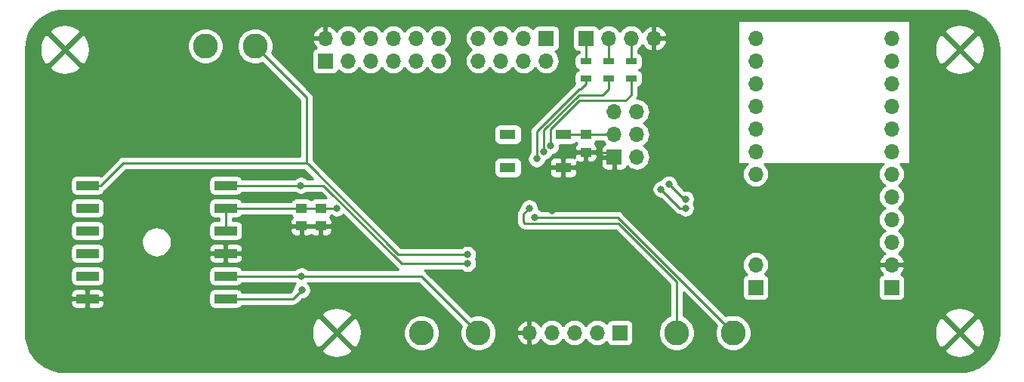
<source format=gbr>
G04 #@! TF.GenerationSoftware,KiCad,Pcbnew,(5.1.4)-1*
G04 #@! TF.CreationDate,2020-11-03T17:10:34-05:00*
G04 #@! TF.ProjectId,remote_racing_pcb,72656d6f-7465-45f7-9261-63696e675f70,rev?*
G04 #@! TF.SameCoordinates,Original*
G04 #@! TF.FileFunction,Copper,L1,Top*
G04 #@! TF.FilePolarity,Positive*
%FSLAX46Y46*%
G04 Gerber Fmt 4.6, Leading zero omitted, Abs format (unit mm)*
G04 Created by KiCad (PCBNEW (5.1.4)-1) date 2020-11-03 17:10:34*
%MOMM*%
%LPD*%
G04 APERTURE LIST*
%ADD10R,1.700000X1.700000*%
%ADD11O,1.700000X1.700000*%
%ADD12C,2.800000*%
%ADD13R,1.800000X1.100000*%
%ADD14R,1.300000X0.700000*%
%ADD15R,2.500000X1.000000*%
%ADD16R,1.250000X1.000000*%
%ADD17C,0.800000*%
%ADD18C,0.250000*%
%ADD19C,0.254000*%
G04 APERTURE END LIST*
D10*
X145415000Y-86360000D03*
D11*
X145415000Y-88900000D03*
X142875000Y-86360000D03*
X142875000Y-88900000D03*
X140335000Y-86360000D03*
X140335000Y-88900000D03*
X137795000Y-86360000D03*
X137795000Y-88900000D03*
D10*
X153670000Y-119380000D03*
D11*
X151130000Y-119380000D03*
X148590000Y-119380000D03*
X146050000Y-119380000D03*
X143510000Y-119380000D03*
X184150000Y-86360000D03*
X184150000Y-88900000D03*
X184150000Y-91440000D03*
X184150000Y-93980000D03*
X184150000Y-96520000D03*
X184150000Y-99060000D03*
X184150000Y-101600000D03*
X184150000Y-104140000D03*
X184150000Y-106680000D03*
X184150000Y-109220000D03*
X184150000Y-111760000D03*
D10*
X184150000Y-114300000D03*
D11*
X168910000Y-86360000D03*
D10*
X168910000Y-114300000D03*
D11*
X168910000Y-99060000D03*
X168910000Y-101600000D03*
X168910000Y-91440000D03*
X168910000Y-88900000D03*
X168910000Y-111760000D03*
X168910000Y-96520000D03*
X168910000Y-93980000D03*
D12*
X160020000Y-119380000D03*
X166370000Y-119380000D03*
X112776000Y-87249000D03*
X107206000Y-87249000D03*
X131445000Y-119416000D03*
X137795000Y-119416000D03*
D13*
X147320000Y-100855000D03*
X141120000Y-100855000D03*
X147320000Y-97155000D03*
X141120000Y-97155000D03*
D14*
X154940000Y-88966000D03*
X154940000Y-90866000D03*
X152400000Y-88966000D03*
X152400000Y-90866000D03*
X149860000Y-88966000D03*
X149860000Y-90866000D03*
D10*
X149860000Y-86360000D03*
D11*
X152400000Y-86360000D03*
X154940000Y-86360000D03*
X157480000Y-86360000D03*
D10*
X153035000Y-99695000D03*
D11*
X155575000Y-99695000D03*
X153035000Y-97155000D03*
X155575000Y-97155000D03*
X153035000Y-94615000D03*
X155575000Y-94615000D03*
D10*
X120650000Y-88900000D03*
D11*
X120650000Y-86360000D03*
X123190000Y-88900000D03*
X123190000Y-86360000D03*
X125730000Y-88900000D03*
X125730000Y-86360000D03*
X128270000Y-88900000D03*
X128270000Y-86360000D03*
X130810000Y-88900000D03*
X130810000Y-86360000D03*
X133350000Y-88900000D03*
X133350000Y-86360000D03*
D15*
X93980000Y-115570000D03*
X93980000Y-113030000D03*
X93980000Y-110490000D03*
X93980000Y-107950000D03*
X93980000Y-105410000D03*
X93980000Y-102870000D03*
X109480000Y-102870000D03*
X109480000Y-105410000D03*
X109480000Y-107950000D03*
X109480000Y-110490000D03*
X109480000Y-113030000D03*
X109480000Y-115570000D03*
D16*
X149860000Y-97171000D03*
X149860000Y-99171000D03*
X117983000Y-105426000D03*
X117983000Y-107426000D03*
X120142000Y-105426000D03*
X120142000Y-107426000D03*
D17*
X121920000Y-105410000D03*
X161036000Y-105410000D03*
X158304999Y-103291693D03*
X151458123Y-104077818D03*
X162560000Y-108966000D03*
X134975676Y-97803982D03*
X141605000Y-113284000D03*
X146050000Y-105701001D03*
X161036000Y-104409997D03*
X159159853Y-102719227D03*
X143510000Y-105410000D03*
X144145000Y-106426001D03*
X136588500Y-110617000D03*
X136588500Y-111617003D03*
X117919500Y-102870000D03*
X117983000Y-113030000D03*
X118008400Y-114604800D03*
X144340153Y-99890153D03*
X145159498Y-99070807D03*
X145923000Y-98425000D03*
D18*
X109480000Y-107200000D02*
X109480000Y-105410000D01*
X109480000Y-107950000D02*
X109480000Y-107200000D01*
X120142000Y-105426000D02*
X117983000Y-105426000D01*
X117967000Y-105410000D02*
X117983000Y-105426000D01*
X109480000Y-105410000D02*
X117967000Y-105410000D01*
X120142000Y-105426000D02*
X121904000Y-105426000D01*
X121904000Y-105426000D02*
X121920000Y-105410000D01*
X161036000Y-105410000D02*
X160423306Y-105410000D01*
X158304999Y-103291693D02*
X160423306Y-105410000D01*
X152511000Y-99171000D02*
X153035000Y-99695000D01*
X149860000Y-99171000D02*
X152511000Y-99171000D01*
X146050000Y-105701001D02*
X146050000Y-105410000D01*
X160850623Y-104409997D02*
X161036000Y-104409997D01*
X159159853Y-102719227D02*
X160850623Y-104409997D01*
X142875000Y-106991685D02*
X142875000Y-106426000D01*
X143034316Y-107151001D02*
X142875000Y-106991685D01*
X153504591Y-107151001D02*
X143034316Y-107151001D01*
X160020000Y-113666410D02*
X153504591Y-107151001D01*
X160020000Y-119380000D02*
X160020000Y-113666410D01*
X142875000Y-106426000D02*
X142875000Y-106045000D01*
X142875000Y-106045000D02*
X143510000Y-105410000D01*
X153670000Y-106680000D02*
X166370000Y-119380000D01*
X144145000Y-106426001D02*
X153416001Y-106426001D01*
X153416001Y-106426001D02*
X153670000Y-106680000D01*
X95480000Y-102870000D02*
X93980000Y-102870000D01*
X98020000Y-100330000D02*
X95480000Y-102870000D01*
X136588500Y-110617000D02*
X128836412Y-110617000D01*
X118549412Y-100330000D02*
X114744500Y-100330000D01*
X114744500Y-100330000D02*
X98020000Y-100330000D01*
X128836412Y-110617000D02*
X118710706Y-100491294D01*
X118710706Y-100491294D02*
X118549412Y-100330000D01*
X118549412Y-93022412D02*
X112776000Y-87249000D01*
X118549412Y-100330000D02*
X118549412Y-93022412D01*
X129200005Y-111617003D02*
X136588500Y-111617003D01*
X120453002Y-102870000D02*
X129200005Y-111617003D01*
X118491000Y-102870000D02*
X117919500Y-102870000D01*
X118491000Y-102870000D02*
X120453002Y-102870000D01*
X109480000Y-102870000D02*
X118491000Y-102870000D01*
X109480000Y-113030000D02*
X110980000Y-113030000D01*
X110980000Y-113030000D02*
X117475000Y-113030000D01*
X117475000Y-113030000D02*
X117983000Y-113030000D01*
X137795000Y-119416000D02*
X131409000Y-113030000D01*
X131409000Y-113030000D02*
X117983000Y-113030000D01*
X117043200Y-115570000D02*
X118008400Y-114604800D01*
X109480000Y-115570000D02*
X117043200Y-115570000D01*
X149876000Y-97155000D02*
X149860000Y-97171000D01*
X153035000Y-97155000D02*
X149876000Y-97155000D01*
X147336000Y-97171000D02*
X147320000Y-97155000D01*
X149860000Y-97171000D02*
X147336000Y-97171000D01*
X149860000Y-87460000D02*
X149860000Y-88966000D01*
X149860000Y-86360000D02*
X149860000Y-87460000D01*
X152400000Y-87562081D02*
X152400000Y-88966000D01*
X152400000Y-86360000D02*
X152400000Y-87562081D01*
X154940000Y-87562081D02*
X154940000Y-88966000D01*
X154940000Y-86360000D02*
X154940000Y-87562081D01*
X149860000Y-91466000D02*
X149860000Y-90866000D01*
X149251000Y-92075000D02*
X149860000Y-91466000D01*
X149092178Y-92075000D02*
X149251000Y-92075000D01*
X144340153Y-99890153D02*
X144340153Y-96827025D01*
X144340153Y-96827025D02*
X149092178Y-92075000D01*
X152400000Y-92075000D02*
X152400000Y-90866000D01*
X151765000Y-92710000D02*
X152400000Y-92075000D01*
X149093588Y-92710000D02*
X151765000Y-92710000D01*
X145159498Y-99070807D02*
X145159498Y-96644090D01*
X145159498Y-96644090D02*
X149093588Y-92710000D01*
X154940000Y-92710000D02*
X154940000Y-90866000D01*
X154305000Y-93345000D02*
X154940000Y-92710000D01*
X149094998Y-93345000D02*
X154305000Y-93345000D01*
X145923000Y-98425000D02*
X145923000Y-96516998D01*
X145923000Y-96516998D02*
X149094998Y-93345000D01*
D19*
G36*
X192547803Y-83307139D02*
G01*
X193301023Y-83513197D01*
X194005852Y-83849384D01*
X194640002Y-84305065D01*
X195183441Y-84865851D01*
X195618981Y-85514001D01*
X195932862Y-86229043D01*
X196116424Y-86993636D01*
X196165001Y-87655126D01*
X196165000Y-119349494D01*
X196092861Y-120157805D01*
X195886803Y-120911023D01*
X195550616Y-121615852D01*
X195094932Y-122250005D01*
X194534149Y-122793441D01*
X193885996Y-123228982D01*
X193170956Y-123542863D01*
X192406364Y-123726424D01*
X191744887Y-123775000D01*
X91470506Y-123775000D01*
X90662195Y-123702861D01*
X89908977Y-123496803D01*
X89204148Y-123160616D01*
X88569995Y-122704932D01*
X88026559Y-122144149D01*
X87591018Y-121495996D01*
X87519998Y-121334208D01*
X120145397Y-121334208D01*
X120379537Y-121716330D01*
X120864932Y-121971967D01*
X121390873Y-122127997D01*
X121937148Y-122178422D01*
X122482764Y-122121306D01*
X123006752Y-121958842D01*
X123460463Y-121716330D01*
X123694603Y-121334208D01*
X121920000Y-119559605D01*
X120145397Y-121334208D01*
X87519998Y-121334208D01*
X87277137Y-120780956D01*
X87093576Y-120016364D01*
X87048104Y-119397148D01*
X119121578Y-119397148D01*
X119178694Y-119942764D01*
X119341158Y-120466752D01*
X119583670Y-120920463D01*
X119965792Y-121154603D01*
X121740395Y-119380000D01*
X122099605Y-119380000D01*
X123874208Y-121154603D01*
X124256330Y-120920463D01*
X124511967Y-120435068D01*
X124667997Y-119909127D01*
X124718422Y-119362852D01*
X124703005Y-119215570D01*
X129410000Y-119215570D01*
X129410000Y-119616430D01*
X129488204Y-120009587D01*
X129641607Y-120379934D01*
X129864313Y-120713237D01*
X130147763Y-120996687D01*
X130481066Y-121219393D01*
X130851413Y-121372796D01*
X131244570Y-121451000D01*
X131645430Y-121451000D01*
X132038587Y-121372796D01*
X132408934Y-121219393D01*
X132742237Y-120996687D01*
X133025687Y-120713237D01*
X133248393Y-120379934D01*
X133401796Y-120009587D01*
X133480000Y-119616430D01*
X133480000Y-119215570D01*
X133401796Y-118822413D01*
X133248393Y-118452066D01*
X133025687Y-118118763D01*
X132742237Y-117835313D01*
X132408934Y-117612607D01*
X132038587Y-117459204D01*
X131645430Y-117381000D01*
X131244570Y-117381000D01*
X130851413Y-117459204D01*
X130481066Y-117612607D01*
X130147763Y-117835313D01*
X129864313Y-118118763D01*
X129641607Y-118452066D01*
X129488204Y-118822413D01*
X129410000Y-119215570D01*
X124703005Y-119215570D01*
X124661306Y-118817236D01*
X124498842Y-118293248D01*
X124256330Y-117839537D01*
X123874208Y-117605397D01*
X122099605Y-119380000D01*
X121740395Y-119380000D01*
X119965792Y-117605397D01*
X119583670Y-117839537D01*
X119328033Y-118324932D01*
X119172003Y-118850873D01*
X119121578Y-119397148D01*
X87048104Y-119397148D01*
X87045000Y-119354887D01*
X87045000Y-117425792D01*
X120145397Y-117425792D01*
X121920000Y-119200395D01*
X123694603Y-117425792D01*
X123460463Y-117043670D01*
X122975068Y-116788033D01*
X122449127Y-116632003D01*
X121902852Y-116581578D01*
X121357236Y-116638694D01*
X120833248Y-116801158D01*
X120379537Y-117043670D01*
X120145397Y-117425792D01*
X87045000Y-117425792D01*
X87045000Y-116070000D01*
X92091928Y-116070000D01*
X92104188Y-116194482D01*
X92140498Y-116314180D01*
X92199463Y-116424494D01*
X92278815Y-116521185D01*
X92375506Y-116600537D01*
X92485820Y-116659502D01*
X92605518Y-116695812D01*
X92730000Y-116708072D01*
X93694250Y-116705000D01*
X93853000Y-116546250D01*
X93853000Y-115697000D01*
X94107000Y-115697000D01*
X94107000Y-116546250D01*
X94265750Y-116705000D01*
X95230000Y-116708072D01*
X95354482Y-116695812D01*
X95474180Y-116659502D01*
X95584494Y-116600537D01*
X95681185Y-116521185D01*
X95760537Y-116424494D01*
X95819502Y-116314180D01*
X95855812Y-116194482D01*
X95868072Y-116070000D01*
X95865000Y-115855750D01*
X95706250Y-115697000D01*
X94107000Y-115697000D01*
X93853000Y-115697000D01*
X92253750Y-115697000D01*
X92095000Y-115855750D01*
X92091928Y-116070000D01*
X87045000Y-116070000D01*
X87045000Y-115070000D01*
X92091928Y-115070000D01*
X92095000Y-115284250D01*
X92253750Y-115443000D01*
X93853000Y-115443000D01*
X93853000Y-114593750D01*
X94107000Y-114593750D01*
X94107000Y-115443000D01*
X95706250Y-115443000D01*
X95865000Y-115284250D01*
X95868072Y-115070000D01*
X95855812Y-114945518D01*
X95819502Y-114825820D01*
X95760537Y-114715506D01*
X95681185Y-114618815D01*
X95584494Y-114539463D01*
X95474180Y-114480498D01*
X95354482Y-114444188D01*
X95230000Y-114431928D01*
X94265750Y-114435000D01*
X94107000Y-114593750D01*
X93853000Y-114593750D01*
X93694250Y-114435000D01*
X92730000Y-114431928D01*
X92605518Y-114444188D01*
X92485820Y-114480498D01*
X92375506Y-114539463D01*
X92278815Y-114618815D01*
X92199463Y-114715506D01*
X92140498Y-114825820D01*
X92104188Y-114945518D01*
X92091928Y-115070000D01*
X87045000Y-115070000D01*
X87045000Y-112530000D01*
X92091928Y-112530000D01*
X92091928Y-113530000D01*
X92104188Y-113654482D01*
X92140498Y-113774180D01*
X92199463Y-113884494D01*
X92278815Y-113981185D01*
X92375506Y-114060537D01*
X92485820Y-114119502D01*
X92605518Y-114155812D01*
X92730000Y-114168072D01*
X95230000Y-114168072D01*
X95354482Y-114155812D01*
X95474180Y-114119502D01*
X95584494Y-114060537D01*
X95681185Y-113981185D01*
X95760537Y-113884494D01*
X95819502Y-113774180D01*
X95855812Y-113654482D01*
X95868072Y-113530000D01*
X95868072Y-112530000D01*
X95855812Y-112405518D01*
X95819502Y-112285820D01*
X95760537Y-112175506D01*
X95681185Y-112078815D01*
X95584494Y-111999463D01*
X95474180Y-111940498D01*
X95354482Y-111904188D01*
X95230000Y-111891928D01*
X92730000Y-111891928D01*
X92605518Y-111904188D01*
X92485820Y-111940498D01*
X92375506Y-111999463D01*
X92278815Y-112078815D01*
X92199463Y-112175506D01*
X92140498Y-112285820D01*
X92104188Y-112405518D01*
X92091928Y-112530000D01*
X87045000Y-112530000D01*
X87045000Y-109990000D01*
X92091928Y-109990000D01*
X92091928Y-110990000D01*
X92104188Y-111114482D01*
X92140498Y-111234180D01*
X92199463Y-111344494D01*
X92278815Y-111441185D01*
X92375506Y-111520537D01*
X92485820Y-111579502D01*
X92605518Y-111615812D01*
X92730000Y-111628072D01*
X95230000Y-111628072D01*
X95354482Y-111615812D01*
X95474180Y-111579502D01*
X95584494Y-111520537D01*
X95681185Y-111441185D01*
X95760537Y-111344494D01*
X95819502Y-111234180D01*
X95855812Y-111114482D01*
X95868072Y-110990000D01*
X107591928Y-110990000D01*
X107604188Y-111114482D01*
X107640498Y-111234180D01*
X107699463Y-111344494D01*
X107778815Y-111441185D01*
X107875506Y-111520537D01*
X107985820Y-111579502D01*
X108105518Y-111615812D01*
X108230000Y-111628072D01*
X109194250Y-111625000D01*
X109353000Y-111466250D01*
X109353000Y-110617000D01*
X109607000Y-110617000D01*
X109607000Y-111466250D01*
X109765750Y-111625000D01*
X110730000Y-111628072D01*
X110854482Y-111615812D01*
X110974180Y-111579502D01*
X111084494Y-111520537D01*
X111181185Y-111441185D01*
X111260537Y-111344494D01*
X111319502Y-111234180D01*
X111355812Y-111114482D01*
X111368072Y-110990000D01*
X111365000Y-110775750D01*
X111206250Y-110617000D01*
X109607000Y-110617000D01*
X109353000Y-110617000D01*
X107753750Y-110617000D01*
X107595000Y-110775750D01*
X107591928Y-110990000D01*
X95868072Y-110990000D01*
X95868072Y-109990000D01*
X95855812Y-109865518D01*
X95819502Y-109745820D01*
X95760537Y-109635506D01*
X95681185Y-109538815D01*
X95584494Y-109459463D01*
X95474180Y-109400498D01*
X95354482Y-109364188D01*
X95230000Y-109351928D01*
X92730000Y-109351928D01*
X92605518Y-109364188D01*
X92485820Y-109400498D01*
X92375506Y-109459463D01*
X92278815Y-109538815D01*
X92199463Y-109635506D01*
X92140498Y-109745820D01*
X92104188Y-109865518D01*
X92091928Y-109990000D01*
X87045000Y-109990000D01*
X87045000Y-109213088D01*
X100012688Y-109213088D01*
X100013776Y-109237961D01*
X100077276Y-109682461D01*
X100080510Y-109698044D01*
X100089408Y-109721296D01*
X100279908Y-110102296D01*
X100295936Y-110126803D01*
X100613436Y-110507803D01*
X100627689Y-110522356D01*
X100647990Y-110536767D01*
X101092490Y-110790767D01*
X101104293Y-110796719D01*
X101127950Y-110804476D01*
X101699450Y-110931476D01*
X101727133Y-110934500D01*
X101751907Y-110932034D01*
X102069407Y-110868534D01*
X102075302Y-110867208D01*
X102329302Y-110803708D01*
X102355296Y-110794092D01*
X102609296Y-110667092D01*
X102631836Y-110652670D01*
X102949336Y-110398670D01*
X102971600Y-110375700D01*
X103162100Y-110121700D01*
X103174092Y-110102296D01*
X103230240Y-109990000D01*
X107591928Y-109990000D01*
X107595000Y-110204250D01*
X107753750Y-110363000D01*
X109353000Y-110363000D01*
X109353000Y-109513750D01*
X109607000Y-109513750D01*
X109607000Y-110363000D01*
X111206250Y-110363000D01*
X111365000Y-110204250D01*
X111368072Y-109990000D01*
X111355812Y-109865518D01*
X111319502Y-109745820D01*
X111260537Y-109635506D01*
X111181185Y-109538815D01*
X111084494Y-109459463D01*
X110974180Y-109400498D01*
X110854482Y-109364188D01*
X110730000Y-109351928D01*
X109765750Y-109355000D01*
X109607000Y-109513750D01*
X109353000Y-109513750D01*
X109194250Y-109355000D01*
X108230000Y-109351928D01*
X108105518Y-109364188D01*
X107985820Y-109400498D01*
X107875506Y-109459463D01*
X107778815Y-109538815D01*
X107699463Y-109635506D01*
X107640498Y-109745820D01*
X107604188Y-109865518D01*
X107591928Y-109990000D01*
X103230240Y-109990000D01*
X103364592Y-109721296D01*
X103371525Y-109704535D01*
X103377019Y-109680252D01*
X103440519Y-109172252D01*
X103439772Y-109135621D01*
X103376272Y-108754621D01*
X103373490Y-108741956D01*
X103364592Y-108718704D01*
X103174092Y-108337704D01*
X103159670Y-108315164D01*
X102905670Y-107997664D01*
X102882700Y-107975400D01*
X102628700Y-107784900D01*
X102609296Y-107772908D01*
X102355296Y-107645908D01*
X102338661Y-107639017D01*
X102148161Y-107575517D01*
X102132776Y-107571440D01*
X102108000Y-107569000D01*
X101938110Y-107569000D01*
X101767161Y-107512017D01*
X101751646Y-107507914D01*
X101726867Y-107505500D01*
X101702093Y-107507966D01*
X101384593Y-107571466D01*
X101378698Y-107572792D01*
X101124698Y-107636292D01*
X101098704Y-107645908D01*
X100717704Y-107836408D01*
X100703943Y-107844403D01*
X100684697Y-107860197D01*
X100367197Y-108177697D01*
X100356671Y-108189634D01*
X100343408Y-108210704D01*
X100152908Y-108591704D01*
X100142524Y-108620950D01*
X100015524Y-109192450D01*
X100012688Y-109213088D01*
X87045000Y-109213088D01*
X87045000Y-107450000D01*
X92091928Y-107450000D01*
X92091928Y-108450000D01*
X92104188Y-108574482D01*
X92140498Y-108694180D01*
X92199463Y-108804494D01*
X92278815Y-108901185D01*
X92375506Y-108980537D01*
X92485820Y-109039502D01*
X92605518Y-109075812D01*
X92730000Y-109088072D01*
X95230000Y-109088072D01*
X95354482Y-109075812D01*
X95474180Y-109039502D01*
X95584494Y-108980537D01*
X95681185Y-108901185D01*
X95760537Y-108804494D01*
X95819502Y-108694180D01*
X95855812Y-108574482D01*
X95868072Y-108450000D01*
X95868072Y-107450000D01*
X95855812Y-107325518D01*
X95819502Y-107205820D01*
X95760537Y-107095506D01*
X95681185Y-106998815D01*
X95584494Y-106919463D01*
X95474180Y-106860498D01*
X95354482Y-106824188D01*
X95230000Y-106811928D01*
X92730000Y-106811928D01*
X92605518Y-106824188D01*
X92485820Y-106860498D01*
X92375506Y-106919463D01*
X92278815Y-106998815D01*
X92199463Y-107095506D01*
X92140498Y-107205820D01*
X92104188Y-107325518D01*
X92091928Y-107450000D01*
X87045000Y-107450000D01*
X87045000Y-104910000D01*
X92091928Y-104910000D01*
X92091928Y-105910000D01*
X92104188Y-106034482D01*
X92140498Y-106154180D01*
X92199463Y-106264494D01*
X92278815Y-106361185D01*
X92375506Y-106440537D01*
X92485820Y-106499502D01*
X92605518Y-106535812D01*
X92730000Y-106548072D01*
X95230000Y-106548072D01*
X95354482Y-106535812D01*
X95474180Y-106499502D01*
X95584494Y-106440537D01*
X95681185Y-106361185D01*
X95760537Y-106264494D01*
X95819502Y-106154180D01*
X95855812Y-106034482D01*
X95868072Y-105910000D01*
X95868072Y-104910000D01*
X95855812Y-104785518D01*
X95819502Y-104665820D01*
X95760537Y-104555506D01*
X95681185Y-104458815D01*
X95584494Y-104379463D01*
X95474180Y-104320498D01*
X95354482Y-104284188D01*
X95230000Y-104271928D01*
X92730000Y-104271928D01*
X92605518Y-104284188D01*
X92485820Y-104320498D01*
X92375506Y-104379463D01*
X92278815Y-104458815D01*
X92199463Y-104555506D01*
X92140498Y-104665820D01*
X92104188Y-104785518D01*
X92091928Y-104910000D01*
X87045000Y-104910000D01*
X87045000Y-102370000D01*
X92091928Y-102370000D01*
X92091928Y-103370000D01*
X92104188Y-103494482D01*
X92140498Y-103614180D01*
X92199463Y-103724494D01*
X92278815Y-103821185D01*
X92375506Y-103900537D01*
X92485820Y-103959502D01*
X92605518Y-103995812D01*
X92730000Y-104008072D01*
X95230000Y-104008072D01*
X95354482Y-103995812D01*
X95474180Y-103959502D01*
X95584494Y-103900537D01*
X95681185Y-103821185D01*
X95760537Y-103724494D01*
X95819502Y-103614180D01*
X95842634Y-103537923D01*
X95904276Y-103504974D01*
X96020001Y-103410001D01*
X96043804Y-103380997D01*
X98334803Y-101090000D01*
X118234611Y-101090000D01*
X119254611Y-102110000D01*
X118623211Y-102110000D01*
X118579274Y-102066063D01*
X118409756Y-101952795D01*
X118221398Y-101874774D01*
X118021439Y-101835000D01*
X117817561Y-101835000D01*
X117617602Y-101874774D01*
X117429244Y-101952795D01*
X117259726Y-102066063D01*
X117215789Y-102110000D01*
X111311046Y-102110000D01*
X111260537Y-102015506D01*
X111181185Y-101918815D01*
X111084494Y-101839463D01*
X110974180Y-101780498D01*
X110854482Y-101744188D01*
X110730000Y-101731928D01*
X108230000Y-101731928D01*
X108105518Y-101744188D01*
X107985820Y-101780498D01*
X107875506Y-101839463D01*
X107778815Y-101918815D01*
X107699463Y-102015506D01*
X107640498Y-102125820D01*
X107604188Y-102245518D01*
X107591928Y-102370000D01*
X107591928Y-103370000D01*
X107604188Y-103494482D01*
X107640498Y-103614180D01*
X107699463Y-103724494D01*
X107778815Y-103821185D01*
X107875506Y-103900537D01*
X107985820Y-103959502D01*
X108105518Y-103995812D01*
X108230000Y-104008072D01*
X110730000Y-104008072D01*
X110854482Y-103995812D01*
X110974180Y-103959502D01*
X111084494Y-103900537D01*
X111181185Y-103821185D01*
X111260537Y-103724494D01*
X111311046Y-103630000D01*
X117215789Y-103630000D01*
X117259726Y-103673937D01*
X117429244Y-103787205D01*
X117617602Y-103865226D01*
X117817561Y-103905000D01*
X118021439Y-103905000D01*
X118221398Y-103865226D01*
X118409756Y-103787205D01*
X118579274Y-103673937D01*
X118623211Y-103630000D01*
X120138201Y-103630000D01*
X120799311Y-104291110D01*
X120767000Y-104287928D01*
X119517000Y-104287928D01*
X119392518Y-104300188D01*
X119272820Y-104336498D01*
X119162506Y-104395463D01*
X119065815Y-104474815D01*
X119062500Y-104478854D01*
X119059185Y-104474815D01*
X118962494Y-104395463D01*
X118852180Y-104336498D01*
X118732482Y-104300188D01*
X118608000Y-104287928D01*
X117358000Y-104287928D01*
X117233518Y-104300188D01*
X117113820Y-104336498D01*
X117003506Y-104395463D01*
X116906815Y-104474815D01*
X116827463Y-104571506D01*
X116785506Y-104650000D01*
X111311046Y-104650000D01*
X111260537Y-104555506D01*
X111181185Y-104458815D01*
X111084494Y-104379463D01*
X110974180Y-104320498D01*
X110854482Y-104284188D01*
X110730000Y-104271928D01*
X108230000Y-104271928D01*
X108105518Y-104284188D01*
X107985820Y-104320498D01*
X107875506Y-104379463D01*
X107778815Y-104458815D01*
X107699463Y-104555506D01*
X107640498Y-104665820D01*
X107604188Y-104785518D01*
X107591928Y-104910000D01*
X107591928Y-105910000D01*
X107604188Y-106034482D01*
X107640498Y-106154180D01*
X107699463Y-106264494D01*
X107778815Y-106361185D01*
X107875506Y-106440537D01*
X107985820Y-106499502D01*
X108105518Y-106535812D01*
X108230000Y-106548072D01*
X108720000Y-106548072D01*
X108720000Y-106811928D01*
X108230000Y-106811928D01*
X108105518Y-106824188D01*
X107985820Y-106860498D01*
X107875506Y-106919463D01*
X107778815Y-106998815D01*
X107699463Y-107095506D01*
X107640498Y-107205820D01*
X107604188Y-107325518D01*
X107591928Y-107450000D01*
X107591928Y-108450000D01*
X107604188Y-108574482D01*
X107640498Y-108694180D01*
X107699463Y-108804494D01*
X107778815Y-108901185D01*
X107875506Y-108980537D01*
X107985820Y-109039502D01*
X108105518Y-109075812D01*
X108230000Y-109088072D01*
X110730000Y-109088072D01*
X110854482Y-109075812D01*
X110974180Y-109039502D01*
X111084494Y-108980537D01*
X111181185Y-108901185D01*
X111260537Y-108804494D01*
X111319502Y-108694180D01*
X111355812Y-108574482D01*
X111368072Y-108450000D01*
X111368072Y-107926000D01*
X116719928Y-107926000D01*
X116732188Y-108050482D01*
X116768498Y-108170180D01*
X116827463Y-108280494D01*
X116906815Y-108377185D01*
X117003506Y-108456537D01*
X117113820Y-108515502D01*
X117233518Y-108551812D01*
X117358000Y-108564072D01*
X117697250Y-108561000D01*
X117856000Y-108402250D01*
X117856000Y-107553000D01*
X118110000Y-107553000D01*
X118110000Y-108402250D01*
X118268750Y-108561000D01*
X118608000Y-108564072D01*
X118732482Y-108551812D01*
X118852180Y-108515502D01*
X118962494Y-108456537D01*
X119059185Y-108377185D01*
X119062500Y-108373146D01*
X119065815Y-108377185D01*
X119162506Y-108456537D01*
X119272820Y-108515502D01*
X119392518Y-108551812D01*
X119517000Y-108564072D01*
X119856250Y-108561000D01*
X120015000Y-108402250D01*
X120015000Y-107553000D01*
X120269000Y-107553000D01*
X120269000Y-108402250D01*
X120427750Y-108561000D01*
X120767000Y-108564072D01*
X120891482Y-108551812D01*
X121011180Y-108515502D01*
X121121494Y-108456537D01*
X121218185Y-108377185D01*
X121297537Y-108280494D01*
X121356502Y-108170180D01*
X121392812Y-108050482D01*
X121405072Y-107926000D01*
X121402000Y-107711750D01*
X121243250Y-107553000D01*
X120269000Y-107553000D01*
X120015000Y-107553000D01*
X118110000Y-107553000D01*
X117856000Y-107553000D01*
X116881750Y-107553000D01*
X116723000Y-107711750D01*
X116719928Y-107926000D01*
X111368072Y-107926000D01*
X111368072Y-107450000D01*
X111355812Y-107325518D01*
X111319502Y-107205820D01*
X111260537Y-107095506D01*
X111181185Y-106998815D01*
X111084494Y-106919463D01*
X110974180Y-106860498D01*
X110854482Y-106824188D01*
X110730000Y-106811928D01*
X110240000Y-106811928D01*
X110240000Y-106548072D01*
X110730000Y-106548072D01*
X110854482Y-106535812D01*
X110974180Y-106499502D01*
X111084494Y-106440537D01*
X111181185Y-106361185D01*
X111260537Y-106264494D01*
X111311046Y-106170000D01*
X116768443Y-106170000D01*
X116768498Y-106170180D01*
X116827463Y-106280494D01*
X116906815Y-106377185D01*
X116966296Y-106426000D01*
X116906815Y-106474815D01*
X116827463Y-106571506D01*
X116768498Y-106681820D01*
X116732188Y-106801518D01*
X116719928Y-106926000D01*
X116723000Y-107140250D01*
X116881750Y-107299000D01*
X117856000Y-107299000D01*
X117856000Y-107279000D01*
X118110000Y-107279000D01*
X118110000Y-107299000D01*
X120015000Y-107299000D01*
X120015000Y-107279000D01*
X120269000Y-107279000D01*
X120269000Y-107299000D01*
X121243250Y-107299000D01*
X121402000Y-107140250D01*
X121405072Y-106926000D01*
X121392812Y-106801518D01*
X121356502Y-106681820D01*
X121297537Y-106571506D01*
X121218185Y-106474815D01*
X121158704Y-106426000D01*
X121218185Y-106377185D01*
X121297537Y-106280494D01*
X121313932Y-106249822D01*
X121429744Y-106327205D01*
X121618102Y-106405226D01*
X121818061Y-106445000D01*
X122021939Y-106445000D01*
X122221898Y-106405226D01*
X122410256Y-106327205D01*
X122579774Y-106213937D01*
X122650956Y-106142755D01*
X128636206Y-112128006D01*
X128660004Y-112157004D01*
X128775729Y-112251977D01*
X128809447Y-112270000D01*
X118686711Y-112270000D01*
X118642774Y-112226063D01*
X118473256Y-112112795D01*
X118284898Y-112034774D01*
X118084939Y-111995000D01*
X117881061Y-111995000D01*
X117681102Y-112034774D01*
X117492744Y-112112795D01*
X117323226Y-112226063D01*
X117279289Y-112270000D01*
X111311046Y-112270000D01*
X111260537Y-112175506D01*
X111181185Y-112078815D01*
X111084494Y-111999463D01*
X110974180Y-111940498D01*
X110854482Y-111904188D01*
X110730000Y-111891928D01*
X108230000Y-111891928D01*
X108105518Y-111904188D01*
X107985820Y-111940498D01*
X107875506Y-111999463D01*
X107778815Y-112078815D01*
X107699463Y-112175506D01*
X107640498Y-112285820D01*
X107604188Y-112405518D01*
X107591928Y-112530000D01*
X107591928Y-113530000D01*
X107604188Y-113654482D01*
X107640498Y-113774180D01*
X107699463Y-113884494D01*
X107778815Y-113981185D01*
X107875506Y-114060537D01*
X107985820Y-114119502D01*
X108105518Y-114155812D01*
X108230000Y-114168072D01*
X110730000Y-114168072D01*
X110854482Y-114155812D01*
X110974180Y-114119502D01*
X111084494Y-114060537D01*
X111181185Y-113981185D01*
X111260537Y-113884494D01*
X111311046Y-113790000D01*
X117279289Y-113790000D01*
X117319389Y-113830100D01*
X117204463Y-113945026D01*
X117091195Y-114114544D01*
X117013174Y-114302902D01*
X116973400Y-114502861D01*
X116973400Y-114564999D01*
X116728399Y-114810000D01*
X111311046Y-114810000D01*
X111260537Y-114715506D01*
X111181185Y-114618815D01*
X111084494Y-114539463D01*
X110974180Y-114480498D01*
X110854482Y-114444188D01*
X110730000Y-114431928D01*
X108230000Y-114431928D01*
X108105518Y-114444188D01*
X107985820Y-114480498D01*
X107875506Y-114539463D01*
X107778815Y-114618815D01*
X107699463Y-114715506D01*
X107640498Y-114825820D01*
X107604188Y-114945518D01*
X107591928Y-115070000D01*
X107591928Y-116070000D01*
X107604188Y-116194482D01*
X107640498Y-116314180D01*
X107699463Y-116424494D01*
X107778815Y-116521185D01*
X107875506Y-116600537D01*
X107985820Y-116659502D01*
X108105518Y-116695812D01*
X108230000Y-116708072D01*
X110730000Y-116708072D01*
X110854482Y-116695812D01*
X110974180Y-116659502D01*
X111084494Y-116600537D01*
X111181185Y-116521185D01*
X111260537Y-116424494D01*
X111311046Y-116330000D01*
X117005878Y-116330000D01*
X117043200Y-116333676D01*
X117080522Y-116330000D01*
X117080533Y-116330000D01*
X117192186Y-116319003D01*
X117335447Y-116275546D01*
X117467476Y-116204974D01*
X117583201Y-116110001D01*
X117607004Y-116080998D01*
X118048201Y-115639800D01*
X118110339Y-115639800D01*
X118310298Y-115600026D01*
X118498656Y-115522005D01*
X118668174Y-115408737D01*
X118812337Y-115264574D01*
X118925605Y-115095056D01*
X119003626Y-114906698D01*
X119043400Y-114706739D01*
X119043400Y-114502861D01*
X119003626Y-114302902D01*
X118925605Y-114114544D01*
X118812337Y-113945026D01*
X118672011Y-113804700D01*
X118686711Y-113790000D01*
X131094199Y-113790000D01*
X135922677Y-118618478D01*
X135838204Y-118822413D01*
X135760000Y-119215570D01*
X135760000Y-119616430D01*
X135838204Y-120009587D01*
X135991607Y-120379934D01*
X136214313Y-120713237D01*
X136497763Y-120996687D01*
X136831066Y-121219393D01*
X137201413Y-121372796D01*
X137594570Y-121451000D01*
X137995430Y-121451000D01*
X138388587Y-121372796D01*
X138758934Y-121219393D01*
X139092237Y-120996687D01*
X139375687Y-120713237D01*
X139598393Y-120379934D01*
X139751796Y-120009587D01*
X139806038Y-119736891D01*
X142068519Y-119736891D01*
X142165843Y-120011252D01*
X142314822Y-120261355D01*
X142509731Y-120477588D01*
X142743080Y-120651641D01*
X143005901Y-120776825D01*
X143153110Y-120821476D01*
X143383000Y-120700155D01*
X143383000Y-119507000D01*
X142189186Y-119507000D01*
X142068519Y-119736891D01*
X139806038Y-119736891D01*
X139830000Y-119616430D01*
X139830000Y-119215570D01*
X139791718Y-119023109D01*
X142068519Y-119023109D01*
X142189186Y-119253000D01*
X143383000Y-119253000D01*
X143383000Y-118059845D01*
X143637000Y-118059845D01*
X143637000Y-119253000D01*
X143657000Y-119253000D01*
X143657000Y-119507000D01*
X143637000Y-119507000D01*
X143637000Y-120700155D01*
X143866890Y-120821476D01*
X144014099Y-120776825D01*
X144276920Y-120651641D01*
X144510269Y-120477588D01*
X144705178Y-120261355D01*
X144774799Y-120144477D01*
X144809294Y-120209014D01*
X144994866Y-120435134D01*
X145220986Y-120620706D01*
X145478966Y-120758599D01*
X145758889Y-120843513D01*
X145977050Y-120865000D01*
X146122950Y-120865000D01*
X146341111Y-120843513D01*
X146621034Y-120758599D01*
X146879014Y-120620706D01*
X147105134Y-120435134D01*
X147290706Y-120209014D01*
X147320000Y-120154209D01*
X147349294Y-120209014D01*
X147534866Y-120435134D01*
X147760986Y-120620706D01*
X148018966Y-120758599D01*
X148298889Y-120843513D01*
X148517050Y-120865000D01*
X148662950Y-120865000D01*
X148881111Y-120843513D01*
X149161034Y-120758599D01*
X149419014Y-120620706D01*
X149645134Y-120435134D01*
X149830706Y-120209014D01*
X149860000Y-120154209D01*
X149889294Y-120209014D01*
X150074866Y-120435134D01*
X150300986Y-120620706D01*
X150558966Y-120758599D01*
X150838889Y-120843513D01*
X151057050Y-120865000D01*
X151202950Y-120865000D01*
X151421111Y-120843513D01*
X151701034Y-120758599D01*
X151959014Y-120620706D01*
X152185134Y-120435134D01*
X152209607Y-120405313D01*
X152230498Y-120474180D01*
X152289463Y-120584494D01*
X152368815Y-120681185D01*
X152465506Y-120760537D01*
X152575820Y-120819502D01*
X152695518Y-120855812D01*
X152820000Y-120868072D01*
X154520000Y-120868072D01*
X154644482Y-120855812D01*
X154764180Y-120819502D01*
X154874494Y-120760537D01*
X154971185Y-120681185D01*
X155050537Y-120584494D01*
X155109502Y-120474180D01*
X155145812Y-120354482D01*
X155158072Y-120230000D01*
X155158072Y-118530000D01*
X155145812Y-118405518D01*
X155109502Y-118285820D01*
X155050537Y-118175506D01*
X154971185Y-118078815D01*
X154874494Y-117999463D01*
X154764180Y-117940498D01*
X154644482Y-117904188D01*
X154520000Y-117891928D01*
X152820000Y-117891928D01*
X152695518Y-117904188D01*
X152575820Y-117940498D01*
X152465506Y-117999463D01*
X152368815Y-118078815D01*
X152289463Y-118175506D01*
X152230498Y-118285820D01*
X152209607Y-118354687D01*
X152185134Y-118324866D01*
X151959014Y-118139294D01*
X151701034Y-118001401D01*
X151421111Y-117916487D01*
X151202950Y-117895000D01*
X151057050Y-117895000D01*
X150838889Y-117916487D01*
X150558966Y-118001401D01*
X150300986Y-118139294D01*
X150074866Y-118324866D01*
X149889294Y-118550986D01*
X149860000Y-118605791D01*
X149830706Y-118550986D01*
X149645134Y-118324866D01*
X149419014Y-118139294D01*
X149161034Y-118001401D01*
X148881111Y-117916487D01*
X148662950Y-117895000D01*
X148517050Y-117895000D01*
X148298889Y-117916487D01*
X148018966Y-118001401D01*
X147760986Y-118139294D01*
X147534866Y-118324866D01*
X147349294Y-118550986D01*
X147320000Y-118605791D01*
X147290706Y-118550986D01*
X147105134Y-118324866D01*
X146879014Y-118139294D01*
X146621034Y-118001401D01*
X146341111Y-117916487D01*
X146122950Y-117895000D01*
X145977050Y-117895000D01*
X145758889Y-117916487D01*
X145478966Y-118001401D01*
X145220986Y-118139294D01*
X144994866Y-118324866D01*
X144809294Y-118550986D01*
X144774799Y-118615523D01*
X144705178Y-118498645D01*
X144510269Y-118282412D01*
X144276920Y-118108359D01*
X144014099Y-117983175D01*
X143866890Y-117938524D01*
X143637000Y-118059845D01*
X143383000Y-118059845D01*
X143153110Y-117938524D01*
X143005901Y-117983175D01*
X142743080Y-118108359D01*
X142509731Y-118282412D01*
X142314822Y-118498645D01*
X142165843Y-118748748D01*
X142068519Y-119023109D01*
X139791718Y-119023109D01*
X139751796Y-118822413D01*
X139598393Y-118452066D01*
X139375687Y-118118763D01*
X139092237Y-117835313D01*
X138758934Y-117612607D01*
X138388587Y-117459204D01*
X137995430Y-117381000D01*
X137594570Y-117381000D01*
X137201413Y-117459204D01*
X136997478Y-117543677D01*
X131972804Y-112519003D01*
X131949001Y-112489999D01*
X131833276Y-112395026D01*
X131799558Y-112377003D01*
X135884789Y-112377003D01*
X135928726Y-112420940D01*
X136098244Y-112534208D01*
X136286602Y-112612229D01*
X136486561Y-112652003D01*
X136690439Y-112652003D01*
X136890398Y-112612229D01*
X137078756Y-112534208D01*
X137248274Y-112420940D01*
X137392437Y-112276777D01*
X137505705Y-112107259D01*
X137583726Y-111918901D01*
X137623500Y-111718942D01*
X137623500Y-111515064D01*
X137583726Y-111315105D01*
X137505705Y-111126747D01*
X137499193Y-111117001D01*
X137505705Y-111107256D01*
X137583726Y-110918898D01*
X137623500Y-110718939D01*
X137623500Y-110515061D01*
X137583726Y-110315102D01*
X137505705Y-110126744D01*
X137392437Y-109957226D01*
X137248274Y-109813063D01*
X137078756Y-109699795D01*
X136890398Y-109621774D01*
X136690439Y-109582000D01*
X136486561Y-109582000D01*
X136286602Y-109621774D01*
X136098244Y-109699795D01*
X135928726Y-109813063D01*
X135884789Y-109857000D01*
X129151214Y-109857000D01*
X125339214Y-106045000D01*
X142111324Y-106045000D01*
X142115000Y-106082322D01*
X142115000Y-106954363D01*
X142111324Y-106991685D01*
X142115000Y-107029007D01*
X142115000Y-107029017D01*
X142125997Y-107140670D01*
X142159475Y-107251034D01*
X142169454Y-107283931D01*
X142240026Y-107415961D01*
X142276990Y-107461001D01*
X142334999Y-107531686D01*
X142364003Y-107555489D01*
X142470512Y-107661998D01*
X142494315Y-107691002D01*
X142610040Y-107785975D01*
X142742069Y-107856547D01*
X142885330Y-107900004D01*
X142996983Y-107911001D01*
X142996993Y-107911001D01*
X143034316Y-107914677D01*
X143071639Y-107911001D01*
X153189790Y-107911001D01*
X159260001Y-113981213D01*
X159260000Y-117492134D01*
X159056066Y-117576607D01*
X158722763Y-117799313D01*
X158439313Y-118082763D01*
X158216607Y-118416066D01*
X158063204Y-118786413D01*
X157985000Y-119179570D01*
X157985000Y-119580430D01*
X158063204Y-119973587D01*
X158216607Y-120343934D01*
X158439313Y-120677237D01*
X158722763Y-120960687D01*
X159056066Y-121183393D01*
X159426413Y-121336796D01*
X159819570Y-121415000D01*
X160220430Y-121415000D01*
X160613587Y-121336796D01*
X160983934Y-121183393D01*
X161317237Y-120960687D01*
X161600687Y-120677237D01*
X161823393Y-120343934D01*
X161976796Y-119973587D01*
X162055000Y-119580430D01*
X162055000Y-119179570D01*
X161976796Y-118786413D01*
X161823393Y-118416066D01*
X161600687Y-118082763D01*
X161317237Y-117799313D01*
X160983934Y-117576607D01*
X160780000Y-117492135D01*
X160780000Y-114864802D01*
X164497677Y-118582478D01*
X164413204Y-118786413D01*
X164335000Y-119179570D01*
X164335000Y-119580430D01*
X164413204Y-119973587D01*
X164566607Y-120343934D01*
X164789313Y-120677237D01*
X165072763Y-120960687D01*
X165406066Y-121183393D01*
X165776413Y-121336796D01*
X166169570Y-121415000D01*
X166570430Y-121415000D01*
X166963587Y-121336796D01*
X166969834Y-121334208D01*
X189995397Y-121334208D01*
X190229537Y-121716330D01*
X190714932Y-121971967D01*
X191240873Y-122127997D01*
X191787148Y-122178422D01*
X192332764Y-122121306D01*
X192856752Y-121958842D01*
X193310463Y-121716330D01*
X193544603Y-121334208D01*
X191770000Y-119559605D01*
X189995397Y-121334208D01*
X166969834Y-121334208D01*
X167333934Y-121183393D01*
X167667237Y-120960687D01*
X167950687Y-120677237D01*
X168173393Y-120343934D01*
X168326796Y-119973587D01*
X168405000Y-119580430D01*
X168405000Y-119397148D01*
X188971578Y-119397148D01*
X189028694Y-119942764D01*
X189191158Y-120466752D01*
X189433670Y-120920463D01*
X189815792Y-121154603D01*
X191590395Y-119380000D01*
X191949605Y-119380000D01*
X193724208Y-121154603D01*
X194106330Y-120920463D01*
X194361967Y-120435068D01*
X194517997Y-119909127D01*
X194568422Y-119362852D01*
X194511306Y-118817236D01*
X194348842Y-118293248D01*
X194106330Y-117839537D01*
X193724208Y-117605397D01*
X191949605Y-119380000D01*
X191590395Y-119380000D01*
X189815792Y-117605397D01*
X189433670Y-117839537D01*
X189178033Y-118324932D01*
X189022003Y-118850873D01*
X188971578Y-119397148D01*
X168405000Y-119397148D01*
X168405000Y-119179570D01*
X168326796Y-118786413D01*
X168173393Y-118416066D01*
X167950687Y-118082763D01*
X167667237Y-117799313D01*
X167333934Y-117576607D01*
X166969835Y-117425792D01*
X189995397Y-117425792D01*
X191770000Y-119200395D01*
X193544603Y-117425792D01*
X193310463Y-117043670D01*
X192825068Y-116788033D01*
X192299127Y-116632003D01*
X191752852Y-116581578D01*
X191207236Y-116638694D01*
X190683248Y-116801158D01*
X190229537Y-117043670D01*
X189995397Y-117425792D01*
X166969835Y-117425792D01*
X166963587Y-117423204D01*
X166570430Y-117345000D01*
X166169570Y-117345000D01*
X165776413Y-117423204D01*
X165572478Y-117507677D01*
X159824801Y-111760000D01*
X167417815Y-111760000D01*
X167446487Y-112051111D01*
X167531401Y-112331034D01*
X167669294Y-112589014D01*
X167854866Y-112815134D01*
X167884687Y-112839607D01*
X167815820Y-112860498D01*
X167705506Y-112919463D01*
X167608815Y-112998815D01*
X167529463Y-113095506D01*
X167470498Y-113205820D01*
X167434188Y-113325518D01*
X167421928Y-113450000D01*
X167421928Y-115150000D01*
X167434188Y-115274482D01*
X167470498Y-115394180D01*
X167529463Y-115504494D01*
X167608815Y-115601185D01*
X167705506Y-115680537D01*
X167815820Y-115739502D01*
X167935518Y-115775812D01*
X168060000Y-115788072D01*
X169760000Y-115788072D01*
X169884482Y-115775812D01*
X170004180Y-115739502D01*
X170114494Y-115680537D01*
X170211185Y-115601185D01*
X170290537Y-115504494D01*
X170349502Y-115394180D01*
X170385812Y-115274482D01*
X170398072Y-115150000D01*
X170398072Y-113450000D01*
X182661928Y-113450000D01*
X182661928Y-115150000D01*
X182674188Y-115274482D01*
X182710498Y-115394180D01*
X182769463Y-115504494D01*
X182848815Y-115601185D01*
X182945506Y-115680537D01*
X183055820Y-115739502D01*
X183175518Y-115775812D01*
X183300000Y-115788072D01*
X185000000Y-115788072D01*
X185124482Y-115775812D01*
X185244180Y-115739502D01*
X185354494Y-115680537D01*
X185451185Y-115601185D01*
X185530537Y-115504494D01*
X185589502Y-115394180D01*
X185625812Y-115274482D01*
X185638072Y-115150000D01*
X185638072Y-113450000D01*
X185625812Y-113325518D01*
X185589502Y-113205820D01*
X185530537Y-113095506D01*
X185451185Y-112998815D01*
X185354494Y-112919463D01*
X185244180Y-112860498D01*
X185163534Y-112836034D01*
X185247588Y-112760269D01*
X185421641Y-112526920D01*
X185546825Y-112264099D01*
X185591476Y-112116890D01*
X185470155Y-111887000D01*
X184277000Y-111887000D01*
X184277000Y-111907000D01*
X184023000Y-111907000D01*
X184023000Y-111887000D01*
X182829845Y-111887000D01*
X182708524Y-112116890D01*
X182753175Y-112264099D01*
X182878359Y-112526920D01*
X183052412Y-112760269D01*
X183136466Y-112836034D01*
X183055820Y-112860498D01*
X182945506Y-112919463D01*
X182848815Y-112998815D01*
X182769463Y-113095506D01*
X182710498Y-113205820D01*
X182674188Y-113325518D01*
X182661928Y-113450000D01*
X170398072Y-113450000D01*
X170385812Y-113325518D01*
X170349502Y-113205820D01*
X170290537Y-113095506D01*
X170211185Y-112998815D01*
X170114494Y-112919463D01*
X170004180Y-112860498D01*
X169935313Y-112839607D01*
X169965134Y-112815134D01*
X170150706Y-112589014D01*
X170288599Y-112331034D01*
X170373513Y-112051111D01*
X170402185Y-111760000D01*
X170373513Y-111468889D01*
X170288599Y-111188966D01*
X170150706Y-110930986D01*
X169965134Y-110704866D01*
X169739014Y-110519294D01*
X169481034Y-110381401D01*
X169201111Y-110296487D01*
X168982950Y-110275000D01*
X168837050Y-110275000D01*
X168618889Y-110296487D01*
X168338966Y-110381401D01*
X168080986Y-110519294D01*
X167854866Y-110704866D01*
X167669294Y-110930986D01*
X167531401Y-111188966D01*
X167446487Y-111468889D01*
X167417815Y-111760000D01*
X159824801Y-111760000D01*
X153979805Y-105915004D01*
X153956002Y-105886000D01*
X153840277Y-105791027D01*
X153708248Y-105720455D01*
X153564987Y-105676998D01*
X153453334Y-105666001D01*
X153453323Y-105666001D01*
X153416001Y-105662325D01*
X153378679Y-105666001D01*
X144848711Y-105666001D01*
X144804774Y-105622064D01*
X144635256Y-105508796D01*
X144545000Y-105471410D01*
X144545000Y-105308061D01*
X144505226Y-105108102D01*
X144427205Y-104919744D01*
X144313937Y-104750226D01*
X144169774Y-104606063D01*
X144000256Y-104492795D01*
X143811898Y-104414774D01*
X143611939Y-104375000D01*
X143408061Y-104375000D01*
X143208102Y-104414774D01*
X143019744Y-104492795D01*
X142850226Y-104606063D01*
X142706063Y-104750226D01*
X142592795Y-104919744D01*
X142514774Y-105108102D01*
X142475000Y-105308061D01*
X142475000Y-105370199D01*
X142364001Y-105481198D01*
X142334999Y-105504999D01*
X142240026Y-105620724D01*
X142169454Y-105752753D01*
X142125997Y-105896014D01*
X142115000Y-106007667D01*
X142115000Y-106007678D01*
X142111324Y-106045000D01*
X125339214Y-106045000D01*
X122483968Y-103189754D01*
X157269999Y-103189754D01*
X157269999Y-103393632D01*
X157309773Y-103593591D01*
X157387794Y-103781949D01*
X157501062Y-103951467D01*
X157645225Y-104095630D01*
X157814743Y-104208898D01*
X158003101Y-104286919D01*
X158203060Y-104326693D01*
X158265198Y-104326693D01*
X159859511Y-105921008D01*
X159883305Y-105950001D01*
X159912298Y-105973795D01*
X159912302Y-105973799D01*
X159953571Y-106007667D01*
X159999030Y-106044974D01*
X160131059Y-106115546D01*
X160274320Y-106159003D01*
X160326424Y-106164135D01*
X160376226Y-106213937D01*
X160545744Y-106327205D01*
X160734102Y-106405226D01*
X160934061Y-106445000D01*
X161137939Y-106445000D01*
X161337898Y-106405226D01*
X161526256Y-106327205D01*
X161695774Y-106213937D01*
X161839937Y-106069774D01*
X161953205Y-105900256D01*
X162031226Y-105711898D01*
X162071000Y-105511939D01*
X162071000Y-105308061D01*
X162031226Y-105108102D01*
X161953205Y-104919744D01*
X161946693Y-104909998D01*
X161953205Y-104900253D01*
X162031226Y-104711895D01*
X162071000Y-104511936D01*
X162071000Y-104308058D01*
X162031226Y-104108099D01*
X161953205Y-103919741D01*
X161839937Y-103750223D01*
X161695774Y-103606060D01*
X161526256Y-103492792D01*
X161337898Y-103414771D01*
X161137939Y-103374997D01*
X160934061Y-103374997D01*
X160897664Y-103382237D01*
X160194853Y-102679426D01*
X160194853Y-102617288D01*
X160155079Y-102417329D01*
X160077058Y-102228971D01*
X159963790Y-102059453D01*
X159819627Y-101915290D01*
X159650109Y-101802022D01*
X159461751Y-101724001D01*
X159261792Y-101684227D01*
X159057914Y-101684227D01*
X158857955Y-101724001D01*
X158669597Y-101802022D01*
X158500079Y-101915290D01*
X158355916Y-102059453D01*
X158242648Y-102228971D01*
X158231165Y-102256693D01*
X158203060Y-102256693D01*
X158003101Y-102296467D01*
X157814743Y-102374488D01*
X157645225Y-102487756D01*
X157501062Y-102631919D01*
X157387794Y-102801437D01*
X157309773Y-102989795D01*
X157269999Y-103189754D01*
X122483968Y-103189754D01*
X119599214Y-100305000D01*
X139581928Y-100305000D01*
X139581928Y-101405000D01*
X139594188Y-101529482D01*
X139630498Y-101649180D01*
X139689463Y-101759494D01*
X139768815Y-101856185D01*
X139865506Y-101935537D01*
X139975820Y-101994502D01*
X140095518Y-102030812D01*
X140220000Y-102043072D01*
X142020000Y-102043072D01*
X142144482Y-102030812D01*
X142264180Y-101994502D01*
X142374494Y-101935537D01*
X142471185Y-101856185D01*
X142550537Y-101759494D01*
X142609502Y-101649180D01*
X142645812Y-101529482D01*
X142658072Y-101405000D01*
X145781928Y-101405000D01*
X145794188Y-101529482D01*
X145830498Y-101649180D01*
X145889463Y-101759494D01*
X145968815Y-101856185D01*
X146065506Y-101935537D01*
X146175820Y-101994502D01*
X146295518Y-102030812D01*
X146420000Y-102043072D01*
X147034250Y-102040000D01*
X147193000Y-101881250D01*
X147193000Y-100982000D01*
X147447000Y-100982000D01*
X147447000Y-101881250D01*
X147605750Y-102040000D01*
X148220000Y-102043072D01*
X148344482Y-102030812D01*
X148464180Y-101994502D01*
X148574494Y-101935537D01*
X148671185Y-101856185D01*
X148750537Y-101759494D01*
X148809502Y-101649180D01*
X148845812Y-101529482D01*
X148858072Y-101405000D01*
X148855000Y-101140750D01*
X148696250Y-100982000D01*
X147447000Y-100982000D01*
X147193000Y-100982000D01*
X145943750Y-100982000D01*
X145785000Y-101140750D01*
X145781928Y-101405000D01*
X142658072Y-101405000D01*
X142658072Y-100305000D01*
X142645812Y-100180518D01*
X142609502Y-100060820D01*
X142550537Y-99950506D01*
X142471185Y-99853815D01*
X142391250Y-99788214D01*
X143305153Y-99788214D01*
X143305153Y-99992092D01*
X143344927Y-100192051D01*
X143422948Y-100380409D01*
X143536216Y-100549927D01*
X143680379Y-100694090D01*
X143849897Y-100807358D01*
X144038255Y-100885379D01*
X144238214Y-100925153D01*
X144442092Y-100925153D01*
X144642051Y-100885379D01*
X144830409Y-100807358D01*
X144999927Y-100694090D01*
X145144090Y-100549927D01*
X145257358Y-100380409D01*
X145288593Y-100305000D01*
X145781928Y-100305000D01*
X145785000Y-100569250D01*
X145943750Y-100728000D01*
X147193000Y-100728000D01*
X147193000Y-99828750D01*
X147447000Y-99828750D01*
X147447000Y-100728000D01*
X148696250Y-100728000D01*
X148855000Y-100569250D01*
X148855281Y-100545000D01*
X151546928Y-100545000D01*
X151559188Y-100669482D01*
X151595498Y-100789180D01*
X151654463Y-100899494D01*
X151733815Y-100996185D01*
X151830506Y-101075537D01*
X151940820Y-101134502D01*
X152060518Y-101170812D01*
X152185000Y-101183072D01*
X152749250Y-101180000D01*
X152908000Y-101021250D01*
X152908000Y-99822000D01*
X151708750Y-99822000D01*
X151550000Y-99980750D01*
X151546928Y-100545000D01*
X148855281Y-100545000D01*
X148858072Y-100305000D01*
X148845812Y-100180518D01*
X148842802Y-100170594D01*
X148880506Y-100201537D01*
X148990820Y-100260502D01*
X149110518Y-100296812D01*
X149235000Y-100309072D01*
X149574250Y-100306000D01*
X149733000Y-100147250D01*
X149733000Y-99298000D01*
X149987000Y-99298000D01*
X149987000Y-100147250D01*
X150145750Y-100306000D01*
X150485000Y-100309072D01*
X150609482Y-100296812D01*
X150729180Y-100260502D01*
X150839494Y-100201537D01*
X150936185Y-100122185D01*
X151015537Y-100025494D01*
X151074502Y-99915180D01*
X151110812Y-99795482D01*
X151123072Y-99671000D01*
X151120000Y-99456750D01*
X150961250Y-99298000D01*
X149987000Y-99298000D01*
X149733000Y-99298000D01*
X148758750Y-99298000D01*
X148600000Y-99456750D01*
X148596928Y-99671000D01*
X148609188Y-99795482D01*
X148612198Y-99805406D01*
X148574494Y-99774463D01*
X148464180Y-99715498D01*
X148344482Y-99679188D01*
X148220000Y-99666928D01*
X147605750Y-99670000D01*
X147447000Y-99828750D01*
X147193000Y-99828750D01*
X147034250Y-99670000D01*
X146420000Y-99666928D01*
X146295518Y-99679188D01*
X146175820Y-99715498D01*
X146065506Y-99774463D01*
X145968815Y-99853815D01*
X145889463Y-99950506D01*
X145830498Y-100060820D01*
X145794188Y-100180518D01*
X145781928Y-100305000D01*
X145288593Y-100305000D01*
X145335379Y-100192051D01*
X145356287Y-100086940D01*
X145461396Y-100066033D01*
X145649754Y-99988012D01*
X145819272Y-99874744D01*
X145963435Y-99730581D01*
X146076703Y-99561063D01*
X146126972Y-99439705D01*
X146224898Y-99420226D01*
X146413256Y-99342205D01*
X146582774Y-99228937D01*
X146726937Y-99084774D01*
X146840205Y-98915256D01*
X146918226Y-98726898D01*
X146958000Y-98526939D01*
X146958000Y-98343072D01*
X148220000Y-98343072D01*
X148344482Y-98330812D01*
X148464180Y-98294502D01*
X148574494Y-98235537D01*
X148671185Y-98156185D01*
X148741451Y-98070565D01*
X148783815Y-98122185D01*
X148843296Y-98171000D01*
X148783815Y-98219815D01*
X148704463Y-98316506D01*
X148645498Y-98426820D01*
X148609188Y-98546518D01*
X148596928Y-98671000D01*
X148600000Y-98885250D01*
X148758750Y-99044000D01*
X149733000Y-99044000D01*
X149733000Y-99024000D01*
X149987000Y-99024000D01*
X149987000Y-99044000D01*
X150961250Y-99044000D01*
X151120000Y-98885250D01*
X151123072Y-98671000D01*
X151110812Y-98546518D01*
X151074502Y-98426820D01*
X151015537Y-98316506D01*
X150936185Y-98219815D01*
X150876704Y-98171000D01*
X150936185Y-98122185D01*
X151015537Y-98025494D01*
X151074502Y-97915180D01*
X151074557Y-97915000D01*
X151757405Y-97915000D01*
X151794294Y-97984014D01*
X151979866Y-98210134D01*
X152009687Y-98234607D01*
X151940820Y-98255498D01*
X151830506Y-98314463D01*
X151733815Y-98393815D01*
X151654463Y-98490506D01*
X151595498Y-98600820D01*
X151559188Y-98720518D01*
X151546928Y-98845000D01*
X151550000Y-99409250D01*
X151708750Y-99568000D01*
X152908000Y-99568000D01*
X152908000Y-99548000D01*
X153162000Y-99548000D01*
X153162000Y-99568000D01*
X153182000Y-99568000D01*
X153182000Y-99822000D01*
X153162000Y-99822000D01*
X153162000Y-101021250D01*
X153320750Y-101180000D01*
X153885000Y-101183072D01*
X154009482Y-101170812D01*
X154129180Y-101134502D01*
X154239494Y-101075537D01*
X154336185Y-100996185D01*
X154415537Y-100899494D01*
X154474502Y-100789180D01*
X154495393Y-100720313D01*
X154519866Y-100750134D01*
X154745986Y-100935706D01*
X155003966Y-101073599D01*
X155283889Y-101158513D01*
X155502050Y-101180000D01*
X155647950Y-101180000D01*
X155866111Y-101158513D01*
X156146034Y-101073599D01*
X156404014Y-100935706D01*
X156630134Y-100750134D01*
X156815706Y-100524014D01*
X156953599Y-100266034D01*
X157038513Y-99986111D01*
X157067185Y-99695000D01*
X157038513Y-99403889D01*
X156953599Y-99123966D01*
X156815706Y-98865986D01*
X156630134Y-98639866D01*
X156404014Y-98454294D01*
X156349209Y-98425000D01*
X156404014Y-98395706D01*
X156630134Y-98210134D01*
X156815706Y-97984014D01*
X156953599Y-97726034D01*
X157038513Y-97446111D01*
X157067185Y-97155000D01*
X157038513Y-96863889D01*
X156953599Y-96583966D01*
X156815706Y-96325986D01*
X156630134Y-96099866D01*
X156404014Y-95914294D01*
X156349209Y-95885000D01*
X156404014Y-95855706D01*
X156630134Y-95670134D01*
X156815706Y-95444014D01*
X156953599Y-95186034D01*
X157038513Y-94906111D01*
X157067185Y-94615000D01*
X157038513Y-94323889D01*
X156953599Y-94043966D01*
X156815706Y-93785986D01*
X156630134Y-93559866D01*
X156404014Y-93374294D01*
X156146034Y-93236401D01*
X155866111Y-93151487D01*
X155647950Y-93130000D01*
X155577260Y-93130000D01*
X155645546Y-93002247D01*
X155689003Y-92858986D01*
X155700000Y-92747333D01*
X155700000Y-92747332D01*
X155703677Y-92710000D01*
X155700000Y-92672667D01*
X155700000Y-91843238D01*
X155714482Y-91841812D01*
X155834180Y-91805502D01*
X155944494Y-91746537D01*
X156041185Y-91667185D01*
X156120537Y-91570494D01*
X156179502Y-91460180D01*
X156215812Y-91340482D01*
X156228072Y-91216000D01*
X156228072Y-90516000D01*
X156215812Y-90391518D01*
X156179502Y-90271820D01*
X156120537Y-90161506D01*
X156041185Y-90064815D01*
X155944494Y-89985463D01*
X155834180Y-89926498D01*
X155799573Y-89916000D01*
X155834180Y-89905502D01*
X155944494Y-89846537D01*
X156041185Y-89767185D01*
X156120537Y-89670494D01*
X156179502Y-89560180D01*
X156215812Y-89440482D01*
X156228072Y-89316000D01*
X156228072Y-88616000D01*
X156215812Y-88491518D01*
X156179502Y-88371820D01*
X156120537Y-88261506D01*
X156041185Y-88164815D01*
X155944494Y-88085463D01*
X155834180Y-88026498D01*
X155714482Y-87990188D01*
X155700000Y-87988762D01*
X155700000Y-87637595D01*
X155769014Y-87600706D01*
X155995134Y-87415134D01*
X156180706Y-87189014D01*
X156215201Y-87124477D01*
X156284822Y-87241355D01*
X156479731Y-87457588D01*
X156713080Y-87631641D01*
X156975901Y-87756825D01*
X157123110Y-87801476D01*
X157353000Y-87680155D01*
X157353000Y-86487000D01*
X157607000Y-86487000D01*
X157607000Y-87680155D01*
X157836890Y-87801476D01*
X157984099Y-87756825D01*
X158246920Y-87631641D01*
X158480269Y-87457588D01*
X158675178Y-87241355D01*
X158824157Y-86991252D01*
X158921481Y-86716891D01*
X158800814Y-86487000D01*
X157607000Y-86487000D01*
X157353000Y-86487000D01*
X157333000Y-86487000D01*
X157333000Y-86233000D01*
X157353000Y-86233000D01*
X157353000Y-85039845D01*
X157607000Y-85039845D01*
X157607000Y-86233000D01*
X158800814Y-86233000D01*
X158921481Y-86003109D01*
X158824157Y-85728748D01*
X158675178Y-85478645D01*
X158480269Y-85262412D01*
X158246920Y-85088359D01*
X157984099Y-84963175D01*
X157836890Y-84918524D01*
X157607000Y-85039845D01*
X157353000Y-85039845D01*
X157123110Y-84918524D01*
X156975901Y-84963175D01*
X156713080Y-85088359D01*
X156479731Y-85262412D01*
X156284822Y-85478645D01*
X156215201Y-85595523D01*
X156180706Y-85530986D01*
X155995134Y-85304866D01*
X155769014Y-85119294D01*
X155511034Y-84981401D01*
X155231111Y-84896487D01*
X155012950Y-84875000D01*
X154867050Y-84875000D01*
X154648889Y-84896487D01*
X154368966Y-84981401D01*
X154110986Y-85119294D01*
X153884866Y-85304866D01*
X153699294Y-85530986D01*
X153670000Y-85585791D01*
X153640706Y-85530986D01*
X153455134Y-85304866D01*
X153229014Y-85119294D01*
X152971034Y-84981401D01*
X152691111Y-84896487D01*
X152472950Y-84875000D01*
X152327050Y-84875000D01*
X152108889Y-84896487D01*
X151828966Y-84981401D01*
X151570986Y-85119294D01*
X151344866Y-85304866D01*
X151320393Y-85334687D01*
X151299502Y-85265820D01*
X151240537Y-85155506D01*
X151161185Y-85058815D01*
X151064494Y-84979463D01*
X150954180Y-84920498D01*
X150834482Y-84884188D01*
X150710000Y-84871928D01*
X149010000Y-84871928D01*
X148885518Y-84884188D01*
X148765820Y-84920498D01*
X148655506Y-84979463D01*
X148558815Y-85058815D01*
X148479463Y-85155506D01*
X148420498Y-85265820D01*
X148384188Y-85385518D01*
X148371928Y-85510000D01*
X148371928Y-87210000D01*
X148384188Y-87334482D01*
X148420498Y-87454180D01*
X148479463Y-87564494D01*
X148558815Y-87661185D01*
X148655506Y-87740537D01*
X148765820Y-87799502D01*
X148885518Y-87835812D01*
X149010000Y-87848072D01*
X149100000Y-87848072D01*
X149100000Y-87988762D01*
X149085518Y-87990188D01*
X148965820Y-88026498D01*
X148855506Y-88085463D01*
X148758815Y-88164815D01*
X148679463Y-88261506D01*
X148620498Y-88371820D01*
X148584188Y-88491518D01*
X148571928Y-88616000D01*
X148571928Y-89316000D01*
X148584188Y-89440482D01*
X148620498Y-89560180D01*
X148679463Y-89670494D01*
X148758815Y-89767185D01*
X148855506Y-89846537D01*
X148965820Y-89905502D01*
X149000427Y-89916000D01*
X148965820Y-89926498D01*
X148855506Y-89985463D01*
X148758815Y-90064815D01*
X148679463Y-90161506D01*
X148620498Y-90271820D01*
X148584188Y-90391518D01*
X148571928Y-90516000D01*
X148571928Y-91216000D01*
X148584188Y-91340482D01*
X148620498Y-91460180D01*
X148627464Y-91473212D01*
X148552177Y-91534999D01*
X148528379Y-91563997D01*
X143829151Y-96263226D01*
X143800153Y-96287024D01*
X143776355Y-96316022D01*
X143776354Y-96316023D01*
X143705179Y-96402749D01*
X143634607Y-96534779D01*
X143591151Y-96678040D01*
X143576477Y-96827025D01*
X143580154Y-96864357D01*
X143580153Y-99186442D01*
X143536216Y-99230379D01*
X143422948Y-99399897D01*
X143344927Y-99588255D01*
X143305153Y-99788214D01*
X142391250Y-99788214D01*
X142374494Y-99774463D01*
X142264180Y-99715498D01*
X142144482Y-99679188D01*
X142020000Y-99666928D01*
X140220000Y-99666928D01*
X140095518Y-99679188D01*
X139975820Y-99715498D01*
X139865506Y-99774463D01*
X139768815Y-99853815D01*
X139689463Y-99950506D01*
X139630498Y-100060820D01*
X139594188Y-100180518D01*
X139581928Y-100305000D01*
X119599214Y-100305000D01*
X119309412Y-100015199D01*
X119309412Y-96605000D01*
X139581928Y-96605000D01*
X139581928Y-97705000D01*
X139594188Y-97829482D01*
X139630498Y-97949180D01*
X139689463Y-98059494D01*
X139768815Y-98156185D01*
X139865506Y-98235537D01*
X139975820Y-98294502D01*
X140095518Y-98330812D01*
X140220000Y-98343072D01*
X142020000Y-98343072D01*
X142144482Y-98330812D01*
X142264180Y-98294502D01*
X142374494Y-98235537D01*
X142471185Y-98156185D01*
X142550537Y-98059494D01*
X142609502Y-97949180D01*
X142645812Y-97829482D01*
X142658072Y-97705000D01*
X142658072Y-96605000D01*
X142645812Y-96480518D01*
X142609502Y-96360820D01*
X142550537Y-96250506D01*
X142471185Y-96153815D01*
X142374494Y-96074463D01*
X142264180Y-96015498D01*
X142144482Y-95979188D01*
X142020000Y-95966928D01*
X140220000Y-95966928D01*
X140095518Y-95979188D01*
X139975820Y-96015498D01*
X139865506Y-96074463D01*
X139768815Y-96153815D01*
X139689463Y-96250506D01*
X139630498Y-96360820D01*
X139594188Y-96480518D01*
X139581928Y-96605000D01*
X119309412Y-96605000D01*
X119309412Y-93059745D01*
X119313089Y-93022412D01*
X119303074Y-92920724D01*
X119298415Y-92873426D01*
X119254958Y-92730165D01*
X119184386Y-92598136D01*
X119089413Y-92482411D01*
X119060415Y-92458613D01*
X114651802Y-88050000D01*
X119161928Y-88050000D01*
X119161928Y-89750000D01*
X119174188Y-89874482D01*
X119210498Y-89994180D01*
X119269463Y-90104494D01*
X119348815Y-90201185D01*
X119445506Y-90280537D01*
X119555820Y-90339502D01*
X119675518Y-90375812D01*
X119800000Y-90388072D01*
X121500000Y-90388072D01*
X121624482Y-90375812D01*
X121744180Y-90339502D01*
X121854494Y-90280537D01*
X121951185Y-90201185D01*
X122030537Y-90104494D01*
X122089502Y-89994180D01*
X122110393Y-89925313D01*
X122134866Y-89955134D01*
X122360986Y-90140706D01*
X122618966Y-90278599D01*
X122898889Y-90363513D01*
X123117050Y-90385000D01*
X123262950Y-90385000D01*
X123481111Y-90363513D01*
X123761034Y-90278599D01*
X124019014Y-90140706D01*
X124245134Y-89955134D01*
X124430706Y-89729014D01*
X124460000Y-89674209D01*
X124489294Y-89729014D01*
X124674866Y-89955134D01*
X124900986Y-90140706D01*
X125158966Y-90278599D01*
X125438889Y-90363513D01*
X125657050Y-90385000D01*
X125802950Y-90385000D01*
X126021111Y-90363513D01*
X126301034Y-90278599D01*
X126559014Y-90140706D01*
X126785134Y-89955134D01*
X126970706Y-89729014D01*
X127000000Y-89674209D01*
X127029294Y-89729014D01*
X127214866Y-89955134D01*
X127440986Y-90140706D01*
X127698966Y-90278599D01*
X127978889Y-90363513D01*
X128197050Y-90385000D01*
X128342950Y-90385000D01*
X128561111Y-90363513D01*
X128841034Y-90278599D01*
X129099014Y-90140706D01*
X129325134Y-89955134D01*
X129510706Y-89729014D01*
X129540000Y-89674209D01*
X129569294Y-89729014D01*
X129754866Y-89955134D01*
X129980986Y-90140706D01*
X130238966Y-90278599D01*
X130518889Y-90363513D01*
X130737050Y-90385000D01*
X130882950Y-90385000D01*
X131101111Y-90363513D01*
X131381034Y-90278599D01*
X131639014Y-90140706D01*
X131865134Y-89955134D01*
X132050706Y-89729014D01*
X132080000Y-89674209D01*
X132109294Y-89729014D01*
X132294866Y-89955134D01*
X132520986Y-90140706D01*
X132778966Y-90278599D01*
X133058889Y-90363513D01*
X133277050Y-90385000D01*
X133422950Y-90385000D01*
X133641111Y-90363513D01*
X133921034Y-90278599D01*
X134179014Y-90140706D01*
X134405134Y-89955134D01*
X134590706Y-89729014D01*
X134728599Y-89471034D01*
X134813513Y-89191111D01*
X134842185Y-88900000D01*
X134813513Y-88608889D01*
X134728599Y-88328966D01*
X134590706Y-88070986D01*
X134405134Y-87844866D01*
X134179014Y-87659294D01*
X134124209Y-87630000D01*
X134179014Y-87600706D01*
X134405134Y-87415134D01*
X134590706Y-87189014D01*
X134728599Y-86931034D01*
X134813513Y-86651111D01*
X134842185Y-86360000D01*
X136302815Y-86360000D01*
X136331487Y-86651111D01*
X136416401Y-86931034D01*
X136554294Y-87189014D01*
X136739866Y-87415134D01*
X136965986Y-87600706D01*
X137020791Y-87630000D01*
X136965986Y-87659294D01*
X136739866Y-87844866D01*
X136554294Y-88070986D01*
X136416401Y-88328966D01*
X136331487Y-88608889D01*
X136302815Y-88900000D01*
X136331487Y-89191111D01*
X136416401Y-89471034D01*
X136554294Y-89729014D01*
X136739866Y-89955134D01*
X136965986Y-90140706D01*
X137223966Y-90278599D01*
X137503889Y-90363513D01*
X137722050Y-90385000D01*
X137867950Y-90385000D01*
X138086111Y-90363513D01*
X138366034Y-90278599D01*
X138624014Y-90140706D01*
X138850134Y-89955134D01*
X139035706Y-89729014D01*
X139065000Y-89674209D01*
X139094294Y-89729014D01*
X139279866Y-89955134D01*
X139505986Y-90140706D01*
X139763966Y-90278599D01*
X140043889Y-90363513D01*
X140262050Y-90385000D01*
X140407950Y-90385000D01*
X140626111Y-90363513D01*
X140906034Y-90278599D01*
X141164014Y-90140706D01*
X141390134Y-89955134D01*
X141575706Y-89729014D01*
X141605000Y-89674209D01*
X141634294Y-89729014D01*
X141819866Y-89955134D01*
X142045986Y-90140706D01*
X142303966Y-90278599D01*
X142583889Y-90363513D01*
X142802050Y-90385000D01*
X142947950Y-90385000D01*
X143166111Y-90363513D01*
X143446034Y-90278599D01*
X143704014Y-90140706D01*
X143930134Y-89955134D01*
X144115706Y-89729014D01*
X144145000Y-89674209D01*
X144174294Y-89729014D01*
X144359866Y-89955134D01*
X144585986Y-90140706D01*
X144843966Y-90278599D01*
X145123889Y-90363513D01*
X145342050Y-90385000D01*
X145487950Y-90385000D01*
X145706111Y-90363513D01*
X145986034Y-90278599D01*
X146244014Y-90140706D01*
X146470134Y-89955134D01*
X146655706Y-89729014D01*
X146793599Y-89471034D01*
X146878513Y-89191111D01*
X146907185Y-88900000D01*
X146878513Y-88608889D01*
X146793599Y-88328966D01*
X146655706Y-88070986D01*
X146470134Y-87844866D01*
X146440313Y-87820393D01*
X146509180Y-87799502D01*
X146619494Y-87740537D01*
X146716185Y-87661185D01*
X146795537Y-87564494D01*
X146854502Y-87454180D01*
X146890812Y-87334482D01*
X146903072Y-87210000D01*
X146903072Y-85510000D01*
X146890812Y-85385518D01*
X146854502Y-85265820D01*
X146795537Y-85155506D01*
X146716185Y-85058815D01*
X146619494Y-84979463D01*
X146509180Y-84920498D01*
X146389482Y-84884188D01*
X146265000Y-84871928D01*
X144565000Y-84871928D01*
X144440518Y-84884188D01*
X144320820Y-84920498D01*
X144210506Y-84979463D01*
X144113815Y-85058815D01*
X144034463Y-85155506D01*
X143975498Y-85265820D01*
X143954607Y-85334687D01*
X143930134Y-85304866D01*
X143704014Y-85119294D01*
X143446034Y-84981401D01*
X143166111Y-84896487D01*
X142947950Y-84875000D01*
X142802050Y-84875000D01*
X142583889Y-84896487D01*
X142303966Y-84981401D01*
X142045986Y-85119294D01*
X141819866Y-85304866D01*
X141634294Y-85530986D01*
X141605000Y-85585791D01*
X141575706Y-85530986D01*
X141390134Y-85304866D01*
X141164014Y-85119294D01*
X140906034Y-84981401D01*
X140626111Y-84896487D01*
X140407950Y-84875000D01*
X140262050Y-84875000D01*
X140043889Y-84896487D01*
X139763966Y-84981401D01*
X139505986Y-85119294D01*
X139279866Y-85304866D01*
X139094294Y-85530986D01*
X139065000Y-85585791D01*
X139035706Y-85530986D01*
X138850134Y-85304866D01*
X138624014Y-85119294D01*
X138366034Y-84981401D01*
X138086111Y-84896487D01*
X137867950Y-84875000D01*
X137722050Y-84875000D01*
X137503889Y-84896487D01*
X137223966Y-84981401D01*
X136965986Y-85119294D01*
X136739866Y-85304866D01*
X136554294Y-85530986D01*
X136416401Y-85788966D01*
X136331487Y-86068889D01*
X136302815Y-86360000D01*
X134842185Y-86360000D01*
X134813513Y-86068889D01*
X134728599Y-85788966D01*
X134590706Y-85530986D01*
X134405134Y-85304866D01*
X134179014Y-85119294D01*
X133921034Y-84981401D01*
X133641111Y-84896487D01*
X133422950Y-84875000D01*
X133277050Y-84875000D01*
X133058889Y-84896487D01*
X132778966Y-84981401D01*
X132520986Y-85119294D01*
X132294866Y-85304866D01*
X132109294Y-85530986D01*
X132080000Y-85585791D01*
X132050706Y-85530986D01*
X131865134Y-85304866D01*
X131639014Y-85119294D01*
X131381034Y-84981401D01*
X131101111Y-84896487D01*
X130882950Y-84875000D01*
X130737050Y-84875000D01*
X130518889Y-84896487D01*
X130238966Y-84981401D01*
X129980986Y-85119294D01*
X129754866Y-85304866D01*
X129569294Y-85530986D01*
X129540000Y-85585791D01*
X129510706Y-85530986D01*
X129325134Y-85304866D01*
X129099014Y-85119294D01*
X128841034Y-84981401D01*
X128561111Y-84896487D01*
X128342950Y-84875000D01*
X128197050Y-84875000D01*
X127978889Y-84896487D01*
X127698966Y-84981401D01*
X127440986Y-85119294D01*
X127214866Y-85304866D01*
X127029294Y-85530986D01*
X127000000Y-85585791D01*
X126970706Y-85530986D01*
X126785134Y-85304866D01*
X126559014Y-85119294D01*
X126301034Y-84981401D01*
X126021111Y-84896487D01*
X125802950Y-84875000D01*
X125657050Y-84875000D01*
X125438889Y-84896487D01*
X125158966Y-84981401D01*
X124900986Y-85119294D01*
X124674866Y-85304866D01*
X124489294Y-85530986D01*
X124460000Y-85585791D01*
X124430706Y-85530986D01*
X124245134Y-85304866D01*
X124019014Y-85119294D01*
X123761034Y-84981401D01*
X123481111Y-84896487D01*
X123262950Y-84875000D01*
X123117050Y-84875000D01*
X122898889Y-84896487D01*
X122618966Y-84981401D01*
X122360986Y-85119294D01*
X122134866Y-85304866D01*
X121949294Y-85530986D01*
X121914799Y-85595523D01*
X121845178Y-85478645D01*
X121650269Y-85262412D01*
X121416920Y-85088359D01*
X121154099Y-84963175D01*
X121006890Y-84918524D01*
X120777000Y-85039845D01*
X120777000Y-86233000D01*
X120797000Y-86233000D01*
X120797000Y-86487000D01*
X120777000Y-86487000D01*
X120777000Y-86507000D01*
X120523000Y-86507000D01*
X120523000Y-86487000D01*
X119329186Y-86487000D01*
X119208519Y-86716891D01*
X119305843Y-86991252D01*
X119454822Y-87241355D01*
X119631626Y-87437502D01*
X119555820Y-87460498D01*
X119445506Y-87519463D01*
X119348815Y-87598815D01*
X119269463Y-87695506D01*
X119210498Y-87805820D01*
X119174188Y-87925518D01*
X119161928Y-88050000D01*
X114651802Y-88050000D01*
X114648323Y-88046522D01*
X114732796Y-87842587D01*
X114811000Y-87449430D01*
X114811000Y-87048570D01*
X114732796Y-86655413D01*
X114579393Y-86285066D01*
X114390996Y-86003109D01*
X119208519Y-86003109D01*
X119329186Y-86233000D01*
X120523000Y-86233000D01*
X120523000Y-85039845D01*
X120293110Y-84918524D01*
X120145901Y-84963175D01*
X119883080Y-85088359D01*
X119649731Y-85262412D01*
X119454822Y-85478645D01*
X119305843Y-85728748D01*
X119208519Y-86003109D01*
X114390996Y-86003109D01*
X114356687Y-85951763D01*
X114073237Y-85668313D01*
X113739934Y-85445607D01*
X113369587Y-85292204D01*
X112976430Y-85214000D01*
X112575570Y-85214000D01*
X112182413Y-85292204D01*
X111812066Y-85445607D01*
X111478763Y-85668313D01*
X111195313Y-85951763D01*
X110972607Y-86285066D01*
X110819204Y-86655413D01*
X110741000Y-87048570D01*
X110741000Y-87449430D01*
X110819204Y-87842587D01*
X110972607Y-88212934D01*
X111195313Y-88546237D01*
X111478763Y-88829687D01*
X111812066Y-89052393D01*
X112182413Y-89205796D01*
X112575570Y-89284000D01*
X112976430Y-89284000D01*
X113369587Y-89205796D01*
X113573522Y-89121323D01*
X117789413Y-93337215D01*
X117789412Y-99570000D01*
X98057322Y-99570000D01*
X98019999Y-99566324D01*
X97982676Y-99570000D01*
X97982667Y-99570000D01*
X97871014Y-99580997D01*
X97727753Y-99624454D01*
X97595724Y-99695026D01*
X97595722Y-99695027D01*
X97595723Y-99695027D01*
X97508996Y-99766201D01*
X97508992Y-99766205D01*
X97479999Y-99789999D01*
X97456205Y-99818992D01*
X95487553Y-101787646D01*
X95474180Y-101780498D01*
X95354482Y-101744188D01*
X95230000Y-101731928D01*
X92730000Y-101731928D01*
X92605518Y-101744188D01*
X92485820Y-101780498D01*
X92375506Y-101839463D01*
X92278815Y-101918815D01*
X92199463Y-102015506D01*
X92140498Y-102125820D01*
X92104188Y-102245518D01*
X92091928Y-102370000D01*
X87045000Y-102370000D01*
X87045000Y-89584208D01*
X89665397Y-89584208D01*
X89899537Y-89966330D01*
X90384932Y-90221967D01*
X90910873Y-90377997D01*
X91457148Y-90428422D01*
X92002764Y-90371306D01*
X92526752Y-90208842D01*
X92980463Y-89966330D01*
X93214603Y-89584208D01*
X91440000Y-87809605D01*
X89665397Y-89584208D01*
X87045000Y-89584208D01*
X87045000Y-87660505D01*
X87046192Y-87647148D01*
X88641578Y-87647148D01*
X88698694Y-88192764D01*
X88861158Y-88716752D01*
X89103670Y-89170463D01*
X89485792Y-89404603D01*
X91260395Y-87630000D01*
X91619605Y-87630000D01*
X93394208Y-89404603D01*
X93776330Y-89170463D01*
X94031967Y-88685068D01*
X94187997Y-88159127D01*
X94238422Y-87612852D01*
X94181306Y-87067236D01*
X94175519Y-87048570D01*
X105171000Y-87048570D01*
X105171000Y-87449430D01*
X105249204Y-87842587D01*
X105402607Y-88212934D01*
X105625313Y-88546237D01*
X105908763Y-88829687D01*
X106242066Y-89052393D01*
X106612413Y-89205796D01*
X107005570Y-89284000D01*
X107406430Y-89284000D01*
X107799587Y-89205796D01*
X108169934Y-89052393D01*
X108503237Y-88829687D01*
X108786687Y-88546237D01*
X109009393Y-88212934D01*
X109162796Y-87842587D01*
X109241000Y-87449430D01*
X109241000Y-87048570D01*
X109162796Y-86655413D01*
X109009393Y-86285066D01*
X108786687Y-85951763D01*
X108503237Y-85668313D01*
X108169934Y-85445607D01*
X107799587Y-85292204D01*
X107406430Y-85214000D01*
X107005570Y-85214000D01*
X106612413Y-85292204D01*
X106242066Y-85445607D01*
X105908763Y-85668313D01*
X105625313Y-85951763D01*
X105402607Y-86285066D01*
X105249204Y-86655413D01*
X105171000Y-87048570D01*
X94175519Y-87048570D01*
X94018842Y-86543248D01*
X93776330Y-86089537D01*
X93394208Y-85855397D01*
X91619605Y-87630000D01*
X91260395Y-87630000D01*
X89485792Y-85855397D01*
X89103670Y-86089537D01*
X88848033Y-86574932D01*
X88692003Y-87100873D01*
X88641578Y-87647148D01*
X87046192Y-87647148D01*
X87117139Y-86852197D01*
X87323197Y-86098977D01*
X87525046Y-85675792D01*
X89665397Y-85675792D01*
X91440000Y-87450395D01*
X93214603Y-85675792D01*
X92980463Y-85293670D01*
X92495068Y-85038033D01*
X91969127Y-84882003D01*
X91422852Y-84831578D01*
X90877236Y-84888694D01*
X90353248Y-85051158D01*
X89899537Y-85293670D01*
X89665397Y-85675792D01*
X87525046Y-85675792D01*
X87659384Y-85394148D01*
X88115065Y-84759998D01*
X88429798Y-84455000D01*
X166878000Y-84455000D01*
X166878000Y-100330000D01*
X166880440Y-100354776D01*
X166887667Y-100378601D01*
X166899403Y-100400557D01*
X166915197Y-100419803D01*
X166934443Y-100435597D01*
X166956399Y-100447333D01*
X166980224Y-100454560D01*
X167005000Y-100457000D01*
X167961931Y-100457000D01*
X167854866Y-100544866D01*
X167669294Y-100770986D01*
X167531401Y-101028966D01*
X167446487Y-101308889D01*
X167417815Y-101600000D01*
X167446487Y-101891111D01*
X167531401Y-102171034D01*
X167669294Y-102429014D01*
X167854866Y-102655134D01*
X168080986Y-102840706D01*
X168338966Y-102978599D01*
X168618889Y-103063513D01*
X168837050Y-103085000D01*
X168982950Y-103085000D01*
X169201111Y-103063513D01*
X169481034Y-102978599D01*
X169739014Y-102840706D01*
X169965134Y-102655134D01*
X170150706Y-102429014D01*
X170288599Y-102171034D01*
X170373513Y-101891111D01*
X170402185Y-101600000D01*
X170373513Y-101308889D01*
X170288599Y-101028966D01*
X170150706Y-100770986D01*
X169965134Y-100544866D01*
X169858069Y-100457000D01*
X183201931Y-100457000D01*
X183094866Y-100544866D01*
X182909294Y-100770986D01*
X182771401Y-101028966D01*
X182686487Y-101308889D01*
X182657815Y-101600000D01*
X182686487Y-101891111D01*
X182771401Y-102171034D01*
X182909294Y-102429014D01*
X183094866Y-102655134D01*
X183320986Y-102840706D01*
X183375791Y-102870000D01*
X183320986Y-102899294D01*
X183094866Y-103084866D01*
X182909294Y-103310986D01*
X182771401Y-103568966D01*
X182686487Y-103848889D01*
X182657815Y-104140000D01*
X182686487Y-104431111D01*
X182771401Y-104711034D01*
X182909294Y-104969014D01*
X183094866Y-105195134D01*
X183320986Y-105380706D01*
X183375791Y-105410000D01*
X183320986Y-105439294D01*
X183094866Y-105624866D01*
X182909294Y-105850986D01*
X182771401Y-106108966D01*
X182686487Y-106388889D01*
X182657815Y-106680000D01*
X182686487Y-106971111D01*
X182771401Y-107251034D01*
X182909294Y-107509014D01*
X183094866Y-107735134D01*
X183320986Y-107920706D01*
X183375791Y-107950000D01*
X183320986Y-107979294D01*
X183094866Y-108164866D01*
X182909294Y-108390986D01*
X182771401Y-108648966D01*
X182686487Y-108928889D01*
X182657815Y-109220000D01*
X182686487Y-109511111D01*
X182771401Y-109791034D01*
X182909294Y-110049014D01*
X183094866Y-110275134D01*
X183320986Y-110460706D01*
X183385523Y-110495201D01*
X183268645Y-110564822D01*
X183052412Y-110759731D01*
X182878359Y-110993080D01*
X182753175Y-111255901D01*
X182708524Y-111403110D01*
X182829845Y-111633000D01*
X184023000Y-111633000D01*
X184023000Y-111613000D01*
X184277000Y-111613000D01*
X184277000Y-111633000D01*
X185470155Y-111633000D01*
X185591476Y-111403110D01*
X185546825Y-111255901D01*
X185421641Y-110993080D01*
X185247588Y-110759731D01*
X185031355Y-110564822D01*
X184914477Y-110495201D01*
X184979014Y-110460706D01*
X185205134Y-110275134D01*
X185390706Y-110049014D01*
X185528599Y-109791034D01*
X185613513Y-109511111D01*
X185642185Y-109220000D01*
X185613513Y-108928889D01*
X185528599Y-108648966D01*
X185390706Y-108390986D01*
X185205134Y-108164866D01*
X184979014Y-107979294D01*
X184924209Y-107950000D01*
X184979014Y-107920706D01*
X185205134Y-107735134D01*
X185390706Y-107509014D01*
X185528599Y-107251034D01*
X185613513Y-106971111D01*
X185642185Y-106680000D01*
X185613513Y-106388889D01*
X185528599Y-106108966D01*
X185390706Y-105850986D01*
X185205134Y-105624866D01*
X184979014Y-105439294D01*
X184924209Y-105410000D01*
X184979014Y-105380706D01*
X185205134Y-105195134D01*
X185390706Y-104969014D01*
X185528599Y-104711034D01*
X185613513Y-104431111D01*
X185642185Y-104140000D01*
X185613513Y-103848889D01*
X185528599Y-103568966D01*
X185390706Y-103310986D01*
X185205134Y-103084866D01*
X184979014Y-102899294D01*
X184924209Y-102870000D01*
X184979014Y-102840706D01*
X185205134Y-102655134D01*
X185390706Y-102429014D01*
X185528599Y-102171034D01*
X185613513Y-101891111D01*
X185642185Y-101600000D01*
X185613513Y-101308889D01*
X185528599Y-101028966D01*
X185390706Y-100770986D01*
X185205134Y-100544866D01*
X185098069Y-100457000D01*
X186055000Y-100457000D01*
X186079776Y-100454560D01*
X186103601Y-100447333D01*
X186125557Y-100435597D01*
X186144803Y-100419803D01*
X186160597Y-100400557D01*
X186172333Y-100378601D01*
X186179560Y-100354776D01*
X186182000Y-100330000D01*
X186182000Y-89584208D01*
X189995397Y-89584208D01*
X190229537Y-89966330D01*
X190714932Y-90221967D01*
X191240873Y-90377997D01*
X191787148Y-90428422D01*
X192332764Y-90371306D01*
X192856752Y-90208842D01*
X193310463Y-89966330D01*
X193544603Y-89584208D01*
X191770000Y-87809605D01*
X189995397Y-89584208D01*
X186182000Y-89584208D01*
X186182000Y-87647148D01*
X188971578Y-87647148D01*
X189028694Y-88192764D01*
X189191158Y-88716752D01*
X189433670Y-89170463D01*
X189815792Y-89404603D01*
X191590395Y-87630000D01*
X191949605Y-87630000D01*
X193724208Y-89404603D01*
X194106330Y-89170463D01*
X194361967Y-88685068D01*
X194517997Y-88159127D01*
X194568422Y-87612852D01*
X194511306Y-87067236D01*
X194348842Y-86543248D01*
X194106330Y-86089537D01*
X193724208Y-85855397D01*
X191949605Y-87630000D01*
X191590395Y-87630000D01*
X189815792Y-85855397D01*
X189433670Y-86089537D01*
X189178033Y-86574932D01*
X189022003Y-87100873D01*
X188971578Y-87647148D01*
X186182000Y-87647148D01*
X186182000Y-85675792D01*
X189995397Y-85675792D01*
X191770000Y-87450395D01*
X193544603Y-85675792D01*
X193310463Y-85293670D01*
X192825068Y-85038033D01*
X192299127Y-84882003D01*
X191752852Y-84831578D01*
X191207236Y-84888694D01*
X190683248Y-85051158D01*
X190229537Y-85293670D01*
X189995397Y-85675792D01*
X186182000Y-85675792D01*
X186182000Y-84455000D01*
X186179560Y-84430224D01*
X186172333Y-84406399D01*
X186160597Y-84384443D01*
X186144803Y-84365197D01*
X186125557Y-84349403D01*
X186103601Y-84337667D01*
X186079776Y-84330440D01*
X186055000Y-84328000D01*
X167005000Y-84328000D01*
X166980224Y-84330440D01*
X166956399Y-84337667D01*
X166934443Y-84349403D01*
X166915197Y-84365197D01*
X166899403Y-84384443D01*
X166887667Y-84406399D01*
X166880440Y-84430224D01*
X166878000Y-84455000D01*
X88429798Y-84455000D01*
X88675851Y-84216559D01*
X89324001Y-83781019D01*
X90039043Y-83467138D01*
X90803636Y-83283576D01*
X91465112Y-83235000D01*
X191739495Y-83235000D01*
X192547803Y-83307139D01*
X192547803Y-83307139D01*
G37*
X192547803Y-83307139D02*
X193301023Y-83513197D01*
X194005852Y-83849384D01*
X194640002Y-84305065D01*
X195183441Y-84865851D01*
X195618981Y-85514001D01*
X195932862Y-86229043D01*
X196116424Y-86993636D01*
X196165001Y-87655126D01*
X196165000Y-119349494D01*
X196092861Y-120157805D01*
X195886803Y-120911023D01*
X195550616Y-121615852D01*
X195094932Y-122250005D01*
X194534149Y-122793441D01*
X193885996Y-123228982D01*
X193170956Y-123542863D01*
X192406364Y-123726424D01*
X191744887Y-123775000D01*
X91470506Y-123775000D01*
X90662195Y-123702861D01*
X89908977Y-123496803D01*
X89204148Y-123160616D01*
X88569995Y-122704932D01*
X88026559Y-122144149D01*
X87591018Y-121495996D01*
X87519998Y-121334208D01*
X120145397Y-121334208D01*
X120379537Y-121716330D01*
X120864932Y-121971967D01*
X121390873Y-122127997D01*
X121937148Y-122178422D01*
X122482764Y-122121306D01*
X123006752Y-121958842D01*
X123460463Y-121716330D01*
X123694603Y-121334208D01*
X121920000Y-119559605D01*
X120145397Y-121334208D01*
X87519998Y-121334208D01*
X87277137Y-120780956D01*
X87093576Y-120016364D01*
X87048104Y-119397148D01*
X119121578Y-119397148D01*
X119178694Y-119942764D01*
X119341158Y-120466752D01*
X119583670Y-120920463D01*
X119965792Y-121154603D01*
X121740395Y-119380000D01*
X122099605Y-119380000D01*
X123874208Y-121154603D01*
X124256330Y-120920463D01*
X124511967Y-120435068D01*
X124667997Y-119909127D01*
X124718422Y-119362852D01*
X124703005Y-119215570D01*
X129410000Y-119215570D01*
X129410000Y-119616430D01*
X129488204Y-120009587D01*
X129641607Y-120379934D01*
X129864313Y-120713237D01*
X130147763Y-120996687D01*
X130481066Y-121219393D01*
X130851413Y-121372796D01*
X131244570Y-121451000D01*
X131645430Y-121451000D01*
X132038587Y-121372796D01*
X132408934Y-121219393D01*
X132742237Y-120996687D01*
X133025687Y-120713237D01*
X133248393Y-120379934D01*
X133401796Y-120009587D01*
X133480000Y-119616430D01*
X133480000Y-119215570D01*
X133401796Y-118822413D01*
X133248393Y-118452066D01*
X133025687Y-118118763D01*
X132742237Y-117835313D01*
X132408934Y-117612607D01*
X132038587Y-117459204D01*
X131645430Y-117381000D01*
X131244570Y-117381000D01*
X130851413Y-117459204D01*
X130481066Y-117612607D01*
X130147763Y-117835313D01*
X129864313Y-118118763D01*
X129641607Y-118452066D01*
X129488204Y-118822413D01*
X129410000Y-119215570D01*
X124703005Y-119215570D01*
X124661306Y-118817236D01*
X124498842Y-118293248D01*
X124256330Y-117839537D01*
X123874208Y-117605397D01*
X122099605Y-119380000D01*
X121740395Y-119380000D01*
X119965792Y-117605397D01*
X119583670Y-117839537D01*
X119328033Y-118324932D01*
X119172003Y-118850873D01*
X119121578Y-119397148D01*
X87048104Y-119397148D01*
X87045000Y-119354887D01*
X87045000Y-117425792D01*
X120145397Y-117425792D01*
X121920000Y-119200395D01*
X123694603Y-117425792D01*
X123460463Y-117043670D01*
X122975068Y-116788033D01*
X122449127Y-116632003D01*
X121902852Y-116581578D01*
X121357236Y-116638694D01*
X120833248Y-116801158D01*
X120379537Y-117043670D01*
X120145397Y-117425792D01*
X87045000Y-117425792D01*
X87045000Y-116070000D01*
X92091928Y-116070000D01*
X92104188Y-116194482D01*
X92140498Y-116314180D01*
X92199463Y-116424494D01*
X92278815Y-116521185D01*
X92375506Y-116600537D01*
X92485820Y-116659502D01*
X92605518Y-116695812D01*
X92730000Y-116708072D01*
X93694250Y-116705000D01*
X93853000Y-116546250D01*
X93853000Y-115697000D01*
X94107000Y-115697000D01*
X94107000Y-116546250D01*
X94265750Y-116705000D01*
X95230000Y-116708072D01*
X95354482Y-116695812D01*
X95474180Y-116659502D01*
X95584494Y-116600537D01*
X95681185Y-116521185D01*
X95760537Y-116424494D01*
X95819502Y-116314180D01*
X95855812Y-116194482D01*
X95868072Y-116070000D01*
X95865000Y-115855750D01*
X95706250Y-115697000D01*
X94107000Y-115697000D01*
X93853000Y-115697000D01*
X92253750Y-115697000D01*
X92095000Y-115855750D01*
X92091928Y-116070000D01*
X87045000Y-116070000D01*
X87045000Y-115070000D01*
X92091928Y-115070000D01*
X92095000Y-115284250D01*
X92253750Y-115443000D01*
X93853000Y-115443000D01*
X93853000Y-114593750D01*
X94107000Y-114593750D01*
X94107000Y-115443000D01*
X95706250Y-115443000D01*
X95865000Y-115284250D01*
X95868072Y-115070000D01*
X95855812Y-114945518D01*
X95819502Y-114825820D01*
X95760537Y-114715506D01*
X95681185Y-114618815D01*
X95584494Y-114539463D01*
X95474180Y-114480498D01*
X95354482Y-114444188D01*
X95230000Y-114431928D01*
X94265750Y-114435000D01*
X94107000Y-114593750D01*
X93853000Y-114593750D01*
X93694250Y-114435000D01*
X92730000Y-114431928D01*
X92605518Y-114444188D01*
X92485820Y-114480498D01*
X92375506Y-114539463D01*
X92278815Y-114618815D01*
X92199463Y-114715506D01*
X92140498Y-114825820D01*
X92104188Y-114945518D01*
X92091928Y-115070000D01*
X87045000Y-115070000D01*
X87045000Y-112530000D01*
X92091928Y-112530000D01*
X92091928Y-113530000D01*
X92104188Y-113654482D01*
X92140498Y-113774180D01*
X92199463Y-113884494D01*
X92278815Y-113981185D01*
X92375506Y-114060537D01*
X92485820Y-114119502D01*
X92605518Y-114155812D01*
X92730000Y-114168072D01*
X95230000Y-114168072D01*
X95354482Y-114155812D01*
X95474180Y-114119502D01*
X95584494Y-114060537D01*
X95681185Y-113981185D01*
X95760537Y-113884494D01*
X95819502Y-113774180D01*
X95855812Y-113654482D01*
X95868072Y-113530000D01*
X95868072Y-112530000D01*
X95855812Y-112405518D01*
X95819502Y-112285820D01*
X95760537Y-112175506D01*
X95681185Y-112078815D01*
X95584494Y-111999463D01*
X95474180Y-111940498D01*
X95354482Y-111904188D01*
X95230000Y-111891928D01*
X92730000Y-111891928D01*
X92605518Y-111904188D01*
X92485820Y-111940498D01*
X92375506Y-111999463D01*
X92278815Y-112078815D01*
X92199463Y-112175506D01*
X92140498Y-112285820D01*
X92104188Y-112405518D01*
X92091928Y-112530000D01*
X87045000Y-112530000D01*
X87045000Y-109990000D01*
X92091928Y-109990000D01*
X92091928Y-110990000D01*
X92104188Y-111114482D01*
X92140498Y-111234180D01*
X92199463Y-111344494D01*
X92278815Y-111441185D01*
X92375506Y-111520537D01*
X92485820Y-111579502D01*
X92605518Y-111615812D01*
X92730000Y-111628072D01*
X95230000Y-111628072D01*
X95354482Y-111615812D01*
X95474180Y-111579502D01*
X95584494Y-111520537D01*
X95681185Y-111441185D01*
X95760537Y-111344494D01*
X95819502Y-111234180D01*
X95855812Y-111114482D01*
X95868072Y-110990000D01*
X107591928Y-110990000D01*
X107604188Y-111114482D01*
X107640498Y-111234180D01*
X107699463Y-111344494D01*
X107778815Y-111441185D01*
X107875506Y-111520537D01*
X107985820Y-111579502D01*
X108105518Y-111615812D01*
X108230000Y-111628072D01*
X109194250Y-111625000D01*
X109353000Y-111466250D01*
X109353000Y-110617000D01*
X109607000Y-110617000D01*
X109607000Y-111466250D01*
X109765750Y-111625000D01*
X110730000Y-111628072D01*
X110854482Y-111615812D01*
X110974180Y-111579502D01*
X111084494Y-111520537D01*
X111181185Y-111441185D01*
X111260537Y-111344494D01*
X111319502Y-111234180D01*
X111355812Y-111114482D01*
X111368072Y-110990000D01*
X111365000Y-110775750D01*
X111206250Y-110617000D01*
X109607000Y-110617000D01*
X109353000Y-110617000D01*
X107753750Y-110617000D01*
X107595000Y-110775750D01*
X107591928Y-110990000D01*
X95868072Y-110990000D01*
X95868072Y-109990000D01*
X95855812Y-109865518D01*
X95819502Y-109745820D01*
X95760537Y-109635506D01*
X95681185Y-109538815D01*
X95584494Y-109459463D01*
X95474180Y-109400498D01*
X95354482Y-109364188D01*
X95230000Y-109351928D01*
X92730000Y-109351928D01*
X92605518Y-109364188D01*
X92485820Y-109400498D01*
X92375506Y-109459463D01*
X92278815Y-109538815D01*
X92199463Y-109635506D01*
X92140498Y-109745820D01*
X92104188Y-109865518D01*
X92091928Y-109990000D01*
X87045000Y-109990000D01*
X87045000Y-109213088D01*
X100012688Y-109213088D01*
X100013776Y-109237961D01*
X100077276Y-109682461D01*
X100080510Y-109698044D01*
X100089408Y-109721296D01*
X100279908Y-110102296D01*
X100295936Y-110126803D01*
X100613436Y-110507803D01*
X100627689Y-110522356D01*
X100647990Y-110536767D01*
X101092490Y-110790767D01*
X101104293Y-110796719D01*
X101127950Y-110804476D01*
X101699450Y-110931476D01*
X101727133Y-110934500D01*
X101751907Y-110932034D01*
X102069407Y-110868534D01*
X102075302Y-110867208D01*
X102329302Y-110803708D01*
X102355296Y-110794092D01*
X102609296Y-110667092D01*
X102631836Y-110652670D01*
X102949336Y-110398670D01*
X102971600Y-110375700D01*
X103162100Y-110121700D01*
X103174092Y-110102296D01*
X103230240Y-109990000D01*
X107591928Y-109990000D01*
X107595000Y-110204250D01*
X107753750Y-110363000D01*
X109353000Y-110363000D01*
X109353000Y-109513750D01*
X109607000Y-109513750D01*
X109607000Y-110363000D01*
X111206250Y-110363000D01*
X111365000Y-110204250D01*
X111368072Y-109990000D01*
X111355812Y-109865518D01*
X111319502Y-109745820D01*
X111260537Y-109635506D01*
X111181185Y-109538815D01*
X111084494Y-109459463D01*
X110974180Y-109400498D01*
X110854482Y-109364188D01*
X110730000Y-109351928D01*
X109765750Y-109355000D01*
X109607000Y-109513750D01*
X109353000Y-109513750D01*
X109194250Y-109355000D01*
X108230000Y-109351928D01*
X108105518Y-109364188D01*
X107985820Y-109400498D01*
X107875506Y-109459463D01*
X107778815Y-109538815D01*
X107699463Y-109635506D01*
X107640498Y-109745820D01*
X107604188Y-109865518D01*
X107591928Y-109990000D01*
X103230240Y-109990000D01*
X103364592Y-109721296D01*
X103371525Y-109704535D01*
X103377019Y-109680252D01*
X103440519Y-109172252D01*
X103439772Y-109135621D01*
X103376272Y-108754621D01*
X103373490Y-108741956D01*
X103364592Y-108718704D01*
X103174092Y-108337704D01*
X103159670Y-108315164D01*
X102905670Y-107997664D01*
X102882700Y-107975400D01*
X102628700Y-107784900D01*
X102609296Y-107772908D01*
X102355296Y-107645908D01*
X102338661Y-107639017D01*
X102148161Y-107575517D01*
X102132776Y-107571440D01*
X102108000Y-107569000D01*
X101938110Y-107569000D01*
X101767161Y-107512017D01*
X101751646Y-107507914D01*
X101726867Y-107505500D01*
X101702093Y-107507966D01*
X101384593Y-107571466D01*
X101378698Y-107572792D01*
X101124698Y-107636292D01*
X101098704Y-107645908D01*
X100717704Y-107836408D01*
X100703943Y-107844403D01*
X100684697Y-107860197D01*
X100367197Y-108177697D01*
X100356671Y-108189634D01*
X100343408Y-108210704D01*
X100152908Y-108591704D01*
X100142524Y-108620950D01*
X100015524Y-109192450D01*
X100012688Y-109213088D01*
X87045000Y-109213088D01*
X87045000Y-107450000D01*
X92091928Y-107450000D01*
X92091928Y-108450000D01*
X92104188Y-108574482D01*
X92140498Y-108694180D01*
X92199463Y-108804494D01*
X92278815Y-108901185D01*
X92375506Y-108980537D01*
X92485820Y-109039502D01*
X92605518Y-109075812D01*
X92730000Y-109088072D01*
X95230000Y-109088072D01*
X95354482Y-109075812D01*
X95474180Y-109039502D01*
X95584494Y-108980537D01*
X95681185Y-108901185D01*
X95760537Y-108804494D01*
X95819502Y-108694180D01*
X95855812Y-108574482D01*
X95868072Y-108450000D01*
X95868072Y-107450000D01*
X95855812Y-107325518D01*
X95819502Y-107205820D01*
X95760537Y-107095506D01*
X95681185Y-106998815D01*
X95584494Y-106919463D01*
X95474180Y-106860498D01*
X95354482Y-106824188D01*
X95230000Y-106811928D01*
X92730000Y-106811928D01*
X92605518Y-106824188D01*
X92485820Y-106860498D01*
X92375506Y-106919463D01*
X92278815Y-106998815D01*
X92199463Y-107095506D01*
X92140498Y-107205820D01*
X92104188Y-107325518D01*
X92091928Y-107450000D01*
X87045000Y-107450000D01*
X87045000Y-104910000D01*
X92091928Y-104910000D01*
X92091928Y-105910000D01*
X92104188Y-106034482D01*
X92140498Y-106154180D01*
X92199463Y-106264494D01*
X92278815Y-106361185D01*
X92375506Y-106440537D01*
X92485820Y-106499502D01*
X92605518Y-106535812D01*
X92730000Y-106548072D01*
X95230000Y-106548072D01*
X95354482Y-106535812D01*
X95474180Y-106499502D01*
X95584494Y-106440537D01*
X95681185Y-106361185D01*
X95760537Y-106264494D01*
X95819502Y-106154180D01*
X95855812Y-106034482D01*
X95868072Y-105910000D01*
X95868072Y-104910000D01*
X95855812Y-104785518D01*
X95819502Y-104665820D01*
X95760537Y-104555506D01*
X95681185Y-104458815D01*
X95584494Y-104379463D01*
X95474180Y-104320498D01*
X95354482Y-104284188D01*
X95230000Y-104271928D01*
X92730000Y-104271928D01*
X92605518Y-104284188D01*
X92485820Y-104320498D01*
X92375506Y-104379463D01*
X92278815Y-104458815D01*
X92199463Y-104555506D01*
X92140498Y-104665820D01*
X92104188Y-104785518D01*
X92091928Y-104910000D01*
X87045000Y-104910000D01*
X87045000Y-102370000D01*
X92091928Y-102370000D01*
X92091928Y-103370000D01*
X92104188Y-103494482D01*
X92140498Y-103614180D01*
X92199463Y-103724494D01*
X92278815Y-103821185D01*
X92375506Y-103900537D01*
X92485820Y-103959502D01*
X92605518Y-103995812D01*
X92730000Y-104008072D01*
X95230000Y-104008072D01*
X95354482Y-103995812D01*
X95474180Y-103959502D01*
X95584494Y-103900537D01*
X95681185Y-103821185D01*
X95760537Y-103724494D01*
X95819502Y-103614180D01*
X95842634Y-103537923D01*
X95904276Y-103504974D01*
X96020001Y-103410001D01*
X96043804Y-103380997D01*
X98334803Y-101090000D01*
X118234611Y-101090000D01*
X119254611Y-102110000D01*
X118623211Y-102110000D01*
X118579274Y-102066063D01*
X118409756Y-101952795D01*
X118221398Y-101874774D01*
X118021439Y-101835000D01*
X117817561Y-101835000D01*
X117617602Y-101874774D01*
X117429244Y-101952795D01*
X117259726Y-102066063D01*
X117215789Y-102110000D01*
X111311046Y-102110000D01*
X111260537Y-102015506D01*
X111181185Y-101918815D01*
X111084494Y-101839463D01*
X110974180Y-101780498D01*
X110854482Y-101744188D01*
X110730000Y-101731928D01*
X108230000Y-101731928D01*
X108105518Y-101744188D01*
X107985820Y-101780498D01*
X107875506Y-101839463D01*
X107778815Y-101918815D01*
X107699463Y-102015506D01*
X107640498Y-102125820D01*
X107604188Y-102245518D01*
X107591928Y-102370000D01*
X107591928Y-103370000D01*
X107604188Y-103494482D01*
X107640498Y-103614180D01*
X107699463Y-103724494D01*
X107778815Y-103821185D01*
X107875506Y-103900537D01*
X107985820Y-103959502D01*
X108105518Y-103995812D01*
X108230000Y-104008072D01*
X110730000Y-104008072D01*
X110854482Y-103995812D01*
X110974180Y-103959502D01*
X111084494Y-103900537D01*
X111181185Y-103821185D01*
X111260537Y-103724494D01*
X111311046Y-103630000D01*
X117215789Y-103630000D01*
X117259726Y-103673937D01*
X117429244Y-103787205D01*
X117617602Y-103865226D01*
X117817561Y-103905000D01*
X118021439Y-103905000D01*
X118221398Y-103865226D01*
X118409756Y-103787205D01*
X118579274Y-103673937D01*
X118623211Y-103630000D01*
X120138201Y-103630000D01*
X120799311Y-104291110D01*
X120767000Y-104287928D01*
X119517000Y-104287928D01*
X119392518Y-104300188D01*
X119272820Y-104336498D01*
X119162506Y-104395463D01*
X119065815Y-104474815D01*
X119062500Y-104478854D01*
X119059185Y-104474815D01*
X118962494Y-104395463D01*
X118852180Y-104336498D01*
X118732482Y-104300188D01*
X118608000Y-104287928D01*
X117358000Y-104287928D01*
X117233518Y-104300188D01*
X117113820Y-104336498D01*
X117003506Y-104395463D01*
X116906815Y-104474815D01*
X116827463Y-104571506D01*
X116785506Y-104650000D01*
X111311046Y-104650000D01*
X111260537Y-104555506D01*
X111181185Y-104458815D01*
X111084494Y-104379463D01*
X110974180Y-104320498D01*
X110854482Y-104284188D01*
X110730000Y-104271928D01*
X108230000Y-104271928D01*
X108105518Y-104284188D01*
X107985820Y-104320498D01*
X107875506Y-104379463D01*
X107778815Y-104458815D01*
X107699463Y-104555506D01*
X107640498Y-104665820D01*
X107604188Y-104785518D01*
X107591928Y-104910000D01*
X107591928Y-105910000D01*
X107604188Y-106034482D01*
X107640498Y-106154180D01*
X107699463Y-106264494D01*
X107778815Y-106361185D01*
X107875506Y-106440537D01*
X107985820Y-106499502D01*
X108105518Y-106535812D01*
X108230000Y-106548072D01*
X108720000Y-106548072D01*
X108720000Y-106811928D01*
X108230000Y-106811928D01*
X108105518Y-106824188D01*
X107985820Y-106860498D01*
X107875506Y-106919463D01*
X107778815Y-106998815D01*
X107699463Y-107095506D01*
X107640498Y-107205820D01*
X107604188Y-107325518D01*
X107591928Y-107450000D01*
X107591928Y-108450000D01*
X107604188Y-108574482D01*
X107640498Y-108694180D01*
X107699463Y-108804494D01*
X107778815Y-108901185D01*
X107875506Y-108980537D01*
X107985820Y-109039502D01*
X108105518Y-109075812D01*
X108230000Y-109088072D01*
X110730000Y-109088072D01*
X110854482Y-109075812D01*
X110974180Y-109039502D01*
X111084494Y-108980537D01*
X111181185Y-108901185D01*
X111260537Y-108804494D01*
X111319502Y-108694180D01*
X111355812Y-108574482D01*
X111368072Y-108450000D01*
X111368072Y-107926000D01*
X116719928Y-107926000D01*
X116732188Y-108050482D01*
X116768498Y-108170180D01*
X116827463Y-108280494D01*
X116906815Y-108377185D01*
X117003506Y-108456537D01*
X117113820Y-108515502D01*
X117233518Y-108551812D01*
X117358000Y-108564072D01*
X117697250Y-108561000D01*
X117856000Y-108402250D01*
X117856000Y-107553000D01*
X118110000Y-107553000D01*
X118110000Y-108402250D01*
X118268750Y-108561000D01*
X118608000Y-108564072D01*
X118732482Y-108551812D01*
X118852180Y-108515502D01*
X118962494Y-108456537D01*
X119059185Y-108377185D01*
X119062500Y-108373146D01*
X119065815Y-108377185D01*
X119162506Y-108456537D01*
X119272820Y-108515502D01*
X119392518Y-108551812D01*
X119517000Y-108564072D01*
X119856250Y-108561000D01*
X120015000Y-108402250D01*
X120015000Y-107553000D01*
X120269000Y-107553000D01*
X120269000Y-108402250D01*
X120427750Y-108561000D01*
X120767000Y-108564072D01*
X120891482Y-108551812D01*
X121011180Y-108515502D01*
X121121494Y-108456537D01*
X121218185Y-108377185D01*
X121297537Y-108280494D01*
X121356502Y-108170180D01*
X121392812Y-108050482D01*
X121405072Y-107926000D01*
X121402000Y-107711750D01*
X121243250Y-107553000D01*
X120269000Y-107553000D01*
X120015000Y-107553000D01*
X118110000Y-107553000D01*
X117856000Y-107553000D01*
X116881750Y-107553000D01*
X116723000Y-107711750D01*
X116719928Y-107926000D01*
X111368072Y-107926000D01*
X111368072Y-107450000D01*
X111355812Y-107325518D01*
X111319502Y-107205820D01*
X111260537Y-107095506D01*
X111181185Y-106998815D01*
X111084494Y-106919463D01*
X110974180Y-106860498D01*
X110854482Y-106824188D01*
X110730000Y-106811928D01*
X110240000Y-106811928D01*
X110240000Y-106548072D01*
X110730000Y-106548072D01*
X110854482Y-106535812D01*
X110974180Y-106499502D01*
X111084494Y-106440537D01*
X111181185Y-106361185D01*
X111260537Y-106264494D01*
X111311046Y-106170000D01*
X116768443Y-106170000D01*
X116768498Y-106170180D01*
X116827463Y-106280494D01*
X116906815Y-106377185D01*
X116966296Y-106426000D01*
X116906815Y-106474815D01*
X116827463Y-106571506D01*
X116768498Y-106681820D01*
X116732188Y-106801518D01*
X116719928Y-106926000D01*
X116723000Y-107140250D01*
X116881750Y-107299000D01*
X117856000Y-107299000D01*
X117856000Y-107279000D01*
X118110000Y-107279000D01*
X118110000Y-107299000D01*
X120015000Y-107299000D01*
X120015000Y-107279000D01*
X120269000Y-107279000D01*
X120269000Y-107299000D01*
X121243250Y-107299000D01*
X121402000Y-107140250D01*
X121405072Y-106926000D01*
X121392812Y-106801518D01*
X121356502Y-106681820D01*
X121297537Y-106571506D01*
X121218185Y-106474815D01*
X121158704Y-106426000D01*
X121218185Y-106377185D01*
X121297537Y-106280494D01*
X121313932Y-106249822D01*
X121429744Y-106327205D01*
X121618102Y-106405226D01*
X121818061Y-106445000D01*
X122021939Y-106445000D01*
X122221898Y-106405226D01*
X122410256Y-106327205D01*
X122579774Y-106213937D01*
X122650956Y-106142755D01*
X128636206Y-112128006D01*
X128660004Y-112157004D01*
X128775729Y-112251977D01*
X128809447Y-112270000D01*
X118686711Y-112270000D01*
X118642774Y-112226063D01*
X118473256Y-112112795D01*
X118284898Y-112034774D01*
X118084939Y-111995000D01*
X117881061Y-111995000D01*
X117681102Y-112034774D01*
X117492744Y-112112795D01*
X117323226Y-112226063D01*
X117279289Y-112270000D01*
X111311046Y-112270000D01*
X111260537Y-112175506D01*
X111181185Y-112078815D01*
X111084494Y-111999463D01*
X110974180Y-111940498D01*
X110854482Y-111904188D01*
X110730000Y-111891928D01*
X108230000Y-111891928D01*
X108105518Y-111904188D01*
X107985820Y-111940498D01*
X107875506Y-111999463D01*
X107778815Y-112078815D01*
X107699463Y-112175506D01*
X107640498Y-112285820D01*
X107604188Y-112405518D01*
X107591928Y-112530000D01*
X107591928Y-113530000D01*
X107604188Y-113654482D01*
X107640498Y-113774180D01*
X107699463Y-113884494D01*
X107778815Y-113981185D01*
X107875506Y-114060537D01*
X107985820Y-114119502D01*
X108105518Y-114155812D01*
X108230000Y-114168072D01*
X110730000Y-114168072D01*
X110854482Y-114155812D01*
X110974180Y-114119502D01*
X111084494Y-114060537D01*
X111181185Y-113981185D01*
X111260537Y-113884494D01*
X111311046Y-113790000D01*
X117279289Y-113790000D01*
X117319389Y-113830100D01*
X117204463Y-113945026D01*
X117091195Y-114114544D01*
X117013174Y-114302902D01*
X116973400Y-114502861D01*
X116973400Y-114564999D01*
X116728399Y-114810000D01*
X111311046Y-114810000D01*
X111260537Y-114715506D01*
X111181185Y-114618815D01*
X111084494Y-114539463D01*
X110974180Y-114480498D01*
X110854482Y-114444188D01*
X110730000Y-114431928D01*
X108230000Y-114431928D01*
X108105518Y-114444188D01*
X107985820Y-114480498D01*
X107875506Y-114539463D01*
X107778815Y-114618815D01*
X107699463Y-114715506D01*
X107640498Y-114825820D01*
X107604188Y-114945518D01*
X107591928Y-115070000D01*
X107591928Y-116070000D01*
X107604188Y-116194482D01*
X107640498Y-116314180D01*
X107699463Y-116424494D01*
X107778815Y-116521185D01*
X107875506Y-116600537D01*
X107985820Y-116659502D01*
X108105518Y-116695812D01*
X108230000Y-116708072D01*
X110730000Y-116708072D01*
X110854482Y-116695812D01*
X110974180Y-116659502D01*
X111084494Y-116600537D01*
X111181185Y-116521185D01*
X111260537Y-116424494D01*
X111311046Y-116330000D01*
X117005878Y-116330000D01*
X117043200Y-116333676D01*
X117080522Y-116330000D01*
X117080533Y-116330000D01*
X117192186Y-116319003D01*
X117335447Y-116275546D01*
X117467476Y-116204974D01*
X117583201Y-116110001D01*
X117607004Y-116080998D01*
X118048201Y-115639800D01*
X118110339Y-115639800D01*
X118310298Y-115600026D01*
X118498656Y-115522005D01*
X118668174Y-115408737D01*
X118812337Y-115264574D01*
X118925605Y-115095056D01*
X119003626Y-114906698D01*
X119043400Y-114706739D01*
X119043400Y-114502861D01*
X119003626Y-114302902D01*
X118925605Y-114114544D01*
X118812337Y-113945026D01*
X118672011Y-113804700D01*
X118686711Y-113790000D01*
X131094199Y-113790000D01*
X135922677Y-118618478D01*
X135838204Y-118822413D01*
X135760000Y-119215570D01*
X135760000Y-119616430D01*
X135838204Y-120009587D01*
X135991607Y-120379934D01*
X136214313Y-120713237D01*
X136497763Y-120996687D01*
X136831066Y-121219393D01*
X137201413Y-121372796D01*
X137594570Y-121451000D01*
X137995430Y-121451000D01*
X138388587Y-121372796D01*
X138758934Y-121219393D01*
X139092237Y-120996687D01*
X139375687Y-120713237D01*
X139598393Y-120379934D01*
X139751796Y-120009587D01*
X139806038Y-119736891D01*
X142068519Y-119736891D01*
X142165843Y-120011252D01*
X142314822Y-120261355D01*
X142509731Y-120477588D01*
X142743080Y-120651641D01*
X143005901Y-120776825D01*
X143153110Y-120821476D01*
X143383000Y-120700155D01*
X143383000Y-119507000D01*
X142189186Y-119507000D01*
X142068519Y-119736891D01*
X139806038Y-119736891D01*
X139830000Y-119616430D01*
X139830000Y-119215570D01*
X139791718Y-119023109D01*
X142068519Y-119023109D01*
X142189186Y-119253000D01*
X143383000Y-119253000D01*
X143383000Y-118059845D01*
X143637000Y-118059845D01*
X143637000Y-119253000D01*
X143657000Y-119253000D01*
X143657000Y-119507000D01*
X143637000Y-119507000D01*
X143637000Y-120700155D01*
X143866890Y-120821476D01*
X144014099Y-120776825D01*
X144276920Y-120651641D01*
X144510269Y-120477588D01*
X144705178Y-120261355D01*
X144774799Y-120144477D01*
X144809294Y-120209014D01*
X144994866Y-120435134D01*
X145220986Y-120620706D01*
X145478966Y-120758599D01*
X145758889Y-120843513D01*
X145977050Y-120865000D01*
X146122950Y-120865000D01*
X146341111Y-120843513D01*
X146621034Y-120758599D01*
X146879014Y-120620706D01*
X147105134Y-120435134D01*
X147290706Y-120209014D01*
X147320000Y-120154209D01*
X147349294Y-120209014D01*
X147534866Y-120435134D01*
X147760986Y-120620706D01*
X148018966Y-120758599D01*
X148298889Y-120843513D01*
X148517050Y-120865000D01*
X148662950Y-120865000D01*
X148881111Y-120843513D01*
X149161034Y-120758599D01*
X149419014Y-120620706D01*
X149645134Y-120435134D01*
X149830706Y-120209014D01*
X149860000Y-120154209D01*
X149889294Y-120209014D01*
X150074866Y-120435134D01*
X150300986Y-120620706D01*
X150558966Y-120758599D01*
X150838889Y-120843513D01*
X151057050Y-120865000D01*
X151202950Y-120865000D01*
X151421111Y-120843513D01*
X151701034Y-120758599D01*
X151959014Y-120620706D01*
X152185134Y-120435134D01*
X152209607Y-120405313D01*
X152230498Y-120474180D01*
X152289463Y-120584494D01*
X152368815Y-120681185D01*
X152465506Y-120760537D01*
X152575820Y-120819502D01*
X152695518Y-120855812D01*
X152820000Y-120868072D01*
X154520000Y-120868072D01*
X154644482Y-120855812D01*
X154764180Y-120819502D01*
X154874494Y-120760537D01*
X154971185Y-120681185D01*
X155050537Y-120584494D01*
X155109502Y-120474180D01*
X155145812Y-120354482D01*
X155158072Y-120230000D01*
X155158072Y-118530000D01*
X155145812Y-118405518D01*
X155109502Y-118285820D01*
X155050537Y-118175506D01*
X154971185Y-118078815D01*
X154874494Y-117999463D01*
X154764180Y-117940498D01*
X154644482Y-117904188D01*
X154520000Y-117891928D01*
X152820000Y-117891928D01*
X152695518Y-117904188D01*
X152575820Y-117940498D01*
X152465506Y-117999463D01*
X152368815Y-118078815D01*
X152289463Y-118175506D01*
X152230498Y-118285820D01*
X152209607Y-118354687D01*
X152185134Y-118324866D01*
X151959014Y-118139294D01*
X151701034Y-118001401D01*
X151421111Y-117916487D01*
X151202950Y-117895000D01*
X151057050Y-117895000D01*
X150838889Y-117916487D01*
X150558966Y-118001401D01*
X150300986Y-118139294D01*
X150074866Y-118324866D01*
X149889294Y-118550986D01*
X149860000Y-118605791D01*
X149830706Y-118550986D01*
X149645134Y-118324866D01*
X149419014Y-118139294D01*
X149161034Y-118001401D01*
X148881111Y-117916487D01*
X148662950Y-117895000D01*
X148517050Y-117895000D01*
X148298889Y-117916487D01*
X148018966Y-118001401D01*
X147760986Y-118139294D01*
X147534866Y-118324866D01*
X147349294Y-118550986D01*
X147320000Y-118605791D01*
X147290706Y-118550986D01*
X147105134Y-118324866D01*
X146879014Y-118139294D01*
X146621034Y-118001401D01*
X146341111Y-117916487D01*
X146122950Y-117895000D01*
X145977050Y-117895000D01*
X145758889Y-117916487D01*
X145478966Y-118001401D01*
X145220986Y-118139294D01*
X144994866Y-118324866D01*
X144809294Y-118550986D01*
X144774799Y-118615523D01*
X144705178Y-118498645D01*
X144510269Y-118282412D01*
X144276920Y-118108359D01*
X144014099Y-117983175D01*
X143866890Y-117938524D01*
X143637000Y-118059845D01*
X143383000Y-118059845D01*
X143153110Y-117938524D01*
X143005901Y-117983175D01*
X142743080Y-118108359D01*
X142509731Y-118282412D01*
X142314822Y-118498645D01*
X142165843Y-118748748D01*
X142068519Y-119023109D01*
X139791718Y-119023109D01*
X139751796Y-118822413D01*
X139598393Y-118452066D01*
X139375687Y-118118763D01*
X139092237Y-117835313D01*
X138758934Y-117612607D01*
X138388587Y-117459204D01*
X137995430Y-117381000D01*
X137594570Y-117381000D01*
X137201413Y-117459204D01*
X136997478Y-117543677D01*
X131972804Y-112519003D01*
X131949001Y-112489999D01*
X131833276Y-112395026D01*
X131799558Y-112377003D01*
X135884789Y-112377003D01*
X135928726Y-112420940D01*
X136098244Y-112534208D01*
X136286602Y-112612229D01*
X136486561Y-112652003D01*
X136690439Y-112652003D01*
X136890398Y-112612229D01*
X137078756Y-112534208D01*
X137248274Y-112420940D01*
X137392437Y-112276777D01*
X137505705Y-112107259D01*
X137583726Y-111918901D01*
X137623500Y-111718942D01*
X137623500Y-111515064D01*
X137583726Y-111315105D01*
X137505705Y-111126747D01*
X137499193Y-111117001D01*
X137505705Y-111107256D01*
X137583726Y-110918898D01*
X137623500Y-110718939D01*
X137623500Y-110515061D01*
X137583726Y-110315102D01*
X137505705Y-110126744D01*
X137392437Y-109957226D01*
X137248274Y-109813063D01*
X137078756Y-109699795D01*
X136890398Y-109621774D01*
X136690439Y-109582000D01*
X136486561Y-109582000D01*
X136286602Y-109621774D01*
X136098244Y-109699795D01*
X135928726Y-109813063D01*
X135884789Y-109857000D01*
X129151214Y-109857000D01*
X125339214Y-106045000D01*
X142111324Y-106045000D01*
X142115000Y-106082322D01*
X142115000Y-106954363D01*
X142111324Y-106991685D01*
X142115000Y-107029007D01*
X142115000Y-107029017D01*
X142125997Y-107140670D01*
X142159475Y-107251034D01*
X142169454Y-107283931D01*
X142240026Y-107415961D01*
X142276990Y-107461001D01*
X142334999Y-107531686D01*
X142364003Y-107555489D01*
X142470512Y-107661998D01*
X142494315Y-107691002D01*
X142610040Y-107785975D01*
X142742069Y-107856547D01*
X142885330Y-107900004D01*
X142996983Y-107911001D01*
X142996993Y-107911001D01*
X143034316Y-107914677D01*
X143071639Y-107911001D01*
X153189790Y-107911001D01*
X159260001Y-113981213D01*
X159260000Y-117492134D01*
X159056066Y-117576607D01*
X158722763Y-117799313D01*
X158439313Y-118082763D01*
X158216607Y-118416066D01*
X158063204Y-118786413D01*
X157985000Y-119179570D01*
X157985000Y-119580430D01*
X158063204Y-119973587D01*
X158216607Y-120343934D01*
X158439313Y-120677237D01*
X158722763Y-120960687D01*
X159056066Y-121183393D01*
X159426413Y-121336796D01*
X159819570Y-121415000D01*
X160220430Y-121415000D01*
X160613587Y-121336796D01*
X160983934Y-121183393D01*
X161317237Y-120960687D01*
X161600687Y-120677237D01*
X161823393Y-120343934D01*
X161976796Y-119973587D01*
X162055000Y-119580430D01*
X162055000Y-119179570D01*
X161976796Y-118786413D01*
X161823393Y-118416066D01*
X161600687Y-118082763D01*
X161317237Y-117799313D01*
X160983934Y-117576607D01*
X160780000Y-117492135D01*
X160780000Y-114864802D01*
X164497677Y-118582478D01*
X164413204Y-118786413D01*
X164335000Y-119179570D01*
X164335000Y-119580430D01*
X164413204Y-119973587D01*
X164566607Y-120343934D01*
X164789313Y-120677237D01*
X165072763Y-120960687D01*
X165406066Y-121183393D01*
X165776413Y-121336796D01*
X166169570Y-121415000D01*
X166570430Y-121415000D01*
X166963587Y-121336796D01*
X166969834Y-121334208D01*
X189995397Y-121334208D01*
X190229537Y-121716330D01*
X190714932Y-121971967D01*
X191240873Y-122127997D01*
X191787148Y-122178422D01*
X192332764Y-122121306D01*
X192856752Y-121958842D01*
X193310463Y-121716330D01*
X193544603Y-121334208D01*
X191770000Y-119559605D01*
X189995397Y-121334208D01*
X166969834Y-121334208D01*
X167333934Y-121183393D01*
X167667237Y-120960687D01*
X167950687Y-120677237D01*
X168173393Y-120343934D01*
X168326796Y-119973587D01*
X168405000Y-119580430D01*
X168405000Y-119397148D01*
X188971578Y-119397148D01*
X189028694Y-119942764D01*
X189191158Y-120466752D01*
X189433670Y-120920463D01*
X189815792Y-121154603D01*
X191590395Y-119380000D01*
X191949605Y-119380000D01*
X193724208Y-121154603D01*
X194106330Y-120920463D01*
X194361967Y-120435068D01*
X194517997Y-119909127D01*
X194568422Y-119362852D01*
X194511306Y-118817236D01*
X194348842Y-118293248D01*
X194106330Y-117839537D01*
X193724208Y-117605397D01*
X191949605Y-119380000D01*
X191590395Y-119380000D01*
X189815792Y-117605397D01*
X189433670Y-117839537D01*
X189178033Y-118324932D01*
X189022003Y-118850873D01*
X188971578Y-119397148D01*
X168405000Y-119397148D01*
X168405000Y-119179570D01*
X168326796Y-118786413D01*
X168173393Y-118416066D01*
X167950687Y-118082763D01*
X167667237Y-117799313D01*
X167333934Y-117576607D01*
X166969835Y-117425792D01*
X189995397Y-117425792D01*
X191770000Y-119200395D01*
X193544603Y-117425792D01*
X193310463Y-117043670D01*
X192825068Y-116788033D01*
X192299127Y-116632003D01*
X191752852Y-116581578D01*
X191207236Y-116638694D01*
X190683248Y-116801158D01*
X190229537Y-117043670D01*
X189995397Y-117425792D01*
X166969835Y-117425792D01*
X166963587Y-117423204D01*
X166570430Y-117345000D01*
X166169570Y-117345000D01*
X165776413Y-117423204D01*
X165572478Y-117507677D01*
X159824801Y-111760000D01*
X167417815Y-111760000D01*
X167446487Y-112051111D01*
X167531401Y-112331034D01*
X167669294Y-112589014D01*
X167854866Y-112815134D01*
X167884687Y-112839607D01*
X167815820Y-112860498D01*
X167705506Y-112919463D01*
X167608815Y-112998815D01*
X167529463Y-113095506D01*
X167470498Y-113205820D01*
X167434188Y-113325518D01*
X167421928Y-113450000D01*
X167421928Y-115150000D01*
X167434188Y-115274482D01*
X167470498Y-115394180D01*
X167529463Y-115504494D01*
X167608815Y-115601185D01*
X167705506Y-115680537D01*
X167815820Y-115739502D01*
X167935518Y-115775812D01*
X168060000Y-115788072D01*
X169760000Y-115788072D01*
X169884482Y-115775812D01*
X170004180Y-115739502D01*
X170114494Y-115680537D01*
X170211185Y-115601185D01*
X170290537Y-115504494D01*
X170349502Y-115394180D01*
X170385812Y-115274482D01*
X170398072Y-115150000D01*
X170398072Y-113450000D01*
X182661928Y-113450000D01*
X182661928Y-115150000D01*
X182674188Y-115274482D01*
X182710498Y-115394180D01*
X182769463Y-115504494D01*
X182848815Y-115601185D01*
X182945506Y-115680537D01*
X183055820Y-115739502D01*
X183175518Y-115775812D01*
X183300000Y-115788072D01*
X185000000Y-115788072D01*
X185124482Y-115775812D01*
X185244180Y-115739502D01*
X185354494Y-115680537D01*
X185451185Y-115601185D01*
X185530537Y-115504494D01*
X185589502Y-115394180D01*
X185625812Y-115274482D01*
X185638072Y-115150000D01*
X185638072Y-113450000D01*
X185625812Y-113325518D01*
X185589502Y-113205820D01*
X185530537Y-113095506D01*
X185451185Y-112998815D01*
X185354494Y-112919463D01*
X185244180Y-112860498D01*
X185163534Y-112836034D01*
X185247588Y-112760269D01*
X185421641Y-112526920D01*
X185546825Y-112264099D01*
X185591476Y-112116890D01*
X185470155Y-111887000D01*
X184277000Y-111887000D01*
X184277000Y-111907000D01*
X184023000Y-111907000D01*
X184023000Y-111887000D01*
X182829845Y-111887000D01*
X182708524Y-112116890D01*
X182753175Y-112264099D01*
X182878359Y-112526920D01*
X183052412Y-112760269D01*
X183136466Y-112836034D01*
X183055820Y-112860498D01*
X182945506Y-112919463D01*
X182848815Y-112998815D01*
X182769463Y-113095506D01*
X182710498Y-113205820D01*
X182674188Y-113325518D01*
X182661928Y-113450000D01*
X170398072Y-113450000D01*
X170385812Y-113325518D01*
X170349502Y-113205820D01*
X170290537Y-113095506D01*
X170211185Y-112998815D01*
X170114494Y-112919463D01*
X170004180Y-112860498D01*
X169935313Y-112839607D01*
X169965134Y-112815134D01*
X170150706Y-112589014D01*
X170288599Y-112331034D01*
X170373513Y-112051111D01*
X170402185Y-111760000D01*
X170373513Y-111468889D01*
X170288599Y-111188966D01*
X170150706Y-110930986D01*
X169965134Y-110704866D01*
X169739014Y-110519294D01*
X169481034Y-110381401D01*
X169201111Y-110296487D01*
X168982950Y-110275000D01*
X168837050Y-110275000D01*
X168618889Y-110296487D01*
X168338966Y-110381401D01*
X168080986Y-110519294D01*
X167854866Y-110704866D01*
X167669294Y-110930986D01*
X167531401Y-111188966D01*
X167446487Y-111468889D01*
X167417815Y-111760000D01*
X159824801Y-111760000D01*
X153979805Y-105915004D01*
X153956002Y-105886000D01*
X153840277Y-105791027D01*
X153708248Y-105720455D01*
X153564987Y-105676998D01*
X153453334Y-105666001D01*
X153453323Y-105666001D01*
X153416001Y-105662325D01*
X153378679Y-105666001D01*
X144848711Y-105666001D01*
X144804774Y-105622064D01*
X144635256Y-105508796D01*
X144545000Y-105471410D01*
X144545000Y-105308061D01*
X144505226Y-105108102D01*
X144427205Y-104919744D01*
X144313937Y-104750226D01*
X144169774Y-104606063D01*
X144000256Y-104492795D01*
X143811898Y-104414774D01*
X143611939Y-104375000D01*
X143408061Y-104375000D01*
X143208102Y-104414774D01*
X143019744Y-104492795D01*
X142850226Y-104606063D01*
X142706063Y-104750226D01*
X142592795Y-104919744D01*
X142514774Y-105108102D01*
X142475000Y-105308061D01*
X142475000Y-105370199D01*
X142364001Y-105481198D01*
X142334999Y-105504999D01*
X142240026Y-105620724D01*
X142169454Y-105752753D01*
X142125997Y-105896014D01*
X142115000Y-106007667D01*
X142115000Y-106007678D01*
X142111324Y-106045000D01*
X125339214Y-106045000D01*
X122483968Y-103189754D01*
X157269999Y-103189754D01*
X157269999Y-103393632D01*
X157309773Y-103593591D01*
X157387794Y-103781949D01*
X157501062Y-103951467D01*
X157645225Y-104095630D01*
X157814743Y-104208898D01*
X158003101Y-104286919D01*
X158203060Y-104326693D01*
X158265198Y-104326693D01*
X159859511Y-105921008D01*
X159883305Y-105950001D01*
X159912298Y-105973795D01*
X159912302Y-105973799D01*
X159953571Y-106007667D01*
X159999030Y-106044974D01*
X160131059Y-106115546D01*
X160274320Y-106159003D01*
X160326424Y-106164135D01*
X160376226Y-106213937D01*
X160545744Y-106327205D01*
X160734102Y-106405226D01*
X160934061Y-106445000D01*
X161137939Y-106445000D01*
X161337898Y-106405226D01*
X161526256Y-106327205D01*
X161695774Y-106213937D01*
X161839937Y-106069774D01*
X161953205Y-105900256D01*
X162031226Y-105711898D01*
X162071000Y-105511939D01*
X162071000Y-105308061D01*
X162031226Y-105108102D01*
X161953205Y-104919744D01*
X161946693Y-104909998D01*
X161953205Y-104900253D01*
X162031226Y-104711895D01*
X162071000Y-104511936D01*
X162071000Y-104308058D01*
X162031226Y-104108099D01*
X161953205Y-103919741D01*
X161839937Y-103750223D01*
X161695774Y-103606060D01*
X161526256Y-103492792D01*
X161337898Y-103414771D01*
X161137939Y-103374997D01*
X160934061Y-103374997D01*
X160897664Y-103382237D01*
X160194853Y-102679426D01*
X160194853Y-102617288D01*
X160155079Y-102417329D01*
X160077058Y-102228971D01*
X159963790Y-102059453D01*
X159819627Y-101915290D01*
X159650109Y-101802022D01*
X159461751Y-101724001D01*
X159261792Y-101684227D01*
X159057914Y-101684227D01*
X158857955Y-101724001D01*
X158669597Y-101802022D01*
X158500079Y-101915290D01*
X158355916Y-102059453D01*
X158242648Y-102228971D01*
X158231165Y-102256693D01*
X158203060Y-102256693D01*
X158003101Y-102296467D01*
X157814743Y-102374488D01*
X157645225Y-102487756D01*
X157501062Y-102631919D01*
X157387794Y-102801437D01*
X157309773Y-102989795D01*
X157269999Y-103189754D01*
X122483968Y-103189754D01*
X119599214Y-100305000D01*
X139581928Y-100305000D01*
X139581928Y-101405000D01*
X139594188Y-101529482D01*
X139630498Y-101649180D01*
X139689463Y-101759494D01*
X139768815Y-101856185D01*
X139865506Y-101935537D01*
X139975820Y-101994502D01*
X140095518Y-102030812D01*
X140220000Y-102043072D01*
X142020000Y-102043072D01*
X142144482Y-102030812D01*
X142264180Y-101994502D01*
X142374494Y-101935537D01*
X142471185Y-101856185D01*
X142550537Y-101759494D01*
X142609502Y-101649180D01*
X142645812Y-101529482D01*
X142658072Y-101405000D01*
X145781928Y-101405000D01*
X145794188Y-101529482D01*
X145830498Y-101649180D01*
X145889463Y-101759494D01*
X145968815Y-101856185D01*
X146065506Y-101935537D01*
X146175820Y-101994502D01*
X146295518Y-102030812D01*
X146420000Y-102043072D01*
X147034250Y-102040000D01*
X147193000Y-101881250D01*
X147193000Y-100982000D01*
X147447000Y-100982000D01*
X147447000Y-101881250D01*
X147605750Y-102040000D01*
X148220000Y-102043072D01*
X148344482Y-102030812D01*
X148464180Y-101994502D01*
X148574494Y-101935537D01*
X148671185Y-101856185D01*
X148750537Y-101759494D01*
X148809502Y-101649180D01*
X148845812Y-101529482D01*
X148858072Y-101405000D01*
X148855000Y-101140750D01*
X148696250Y-100982000D01*
X147447000Y-100982000D01*
X147193000Y-100982000D01*
X145943750Y-100982000D01*
X145785000Y-101140750D01*
X145781928Y-101405000D01*
X142658072Y-101405000D01*
X142658072Y-100305000D01*
X142645812Y-100180518D01*
X142609502Y-100060820D01*
X142550537Y-99950506D01*
X142471185Y-99853815D01*
X142391250Y-99788214D01*
X143305153Y-99788214D01*
X143305153Y-99992092D01*
X143344927Y-100192051D01*
X143422948Y-100380409D01*
X143536216Y-100549927D01*
X143680379Y-100694090D01*
X143849897Y-100807358D01*
X144038255Y-100885379D01*
X144238214Y-100925153D01*
X144442092Y-100925153D01*
X144642051Y-100885379D01*
X144830409Y-100807358D01*
X144999927Y-100694090D01*
X145144090Y-100549927D01*
X145257358Y-100380409D01*
X145288593Y-100305000D01*
X145781928Y-100305000D01*
X145785000Y-100569250D01*
X145943750Y-100728000D01*
X147193000Y-100728000D01*
X147193000Y-99828750D01*
X147447000Y-99828750D01*
X147447000Y-100728000D01*
X148696250Y-100728000D01*
X148855000Y-100569250D01*
X148855281Y-100545000D01*
X151546928Y-100545000D01*
X151559188Y-100669482D01*
X151595498Y-100789180D01*
X151654463Y-100899494D01*
X151733815Y-100996185D01*
X151830506Y-101075537D01*
X151940820Y-101134502D01*
X152060518Y-101170812D01*
X152185000Y-101183072D01*
X152749250Y-101180000D01*
X152908000Y-101021250D01*
X152908000Y-99822000D01*
X151708750Y-99822000D01*
X151550000Y-99980750D01*
X151546928Y-100545000D01*
X148855281Y-100545000D01*
X148858072Y-100305000D01*
X148845812Y-100180518D01*
X148842802Y-100170594D01*
X148880506Y-100201537D01*
X148990820Y-100260502D01*
X149110518Y-100296812D01*
X149235000Y-100309072D01*
X149574250Y-100306000D01*
X149733000Y-100147250D01*
X149733000Y-99298000D01*
X149987000Y-99298000D01*
X149987000Y-100147250D01*
X150145750Y-100306000D01*
X150485000Y-100309072D01*
X150609482Y-100296812D01*
X150729180Y-100260502D01*
X150839494Y-100201537D01*
X150936185Y-100122185D01*
X151015537Y-100025494D01*
X151074502Y-99915180D01*
X151110812Y-99795482D01*
X151123072Y-99671000D01*
X151120000Y-99456750D01*
X150961250Y-99298000D01*
X149987000Y-99298000D01*
X149733000Y-99298000D01*
X148758750Y-99298000D01*
X148600000Y-99456750D01*
X148596928Y-99671000D01*
X148609188Y-99795482D01*
X148612198Y-99805406D01*
X148574494Y-99774463D01*
X148464180Y-99715498D01*
X148344482Y-99679188D01*
X148220000Y-99666928D01*
X147605750Y-99670000D01*
X147447000Y-99828750D01*
X147193000Y-99828750D01*
X147034250Y-99670000D01*
X146420000Y-99666928D01*
X146295518Y-99679188D01*
X146175820Y-99715498D01*
X146065506Y-99774463D01*
X145968815Y-99853815D01*
X145889463Y-99950506D01*
X145830498Y-100060820D01*
X145794188Y-100180518D01*
X145781928Y-100305000D01*
X145288593Y-100305000D01*
X145335379Y-100192051D01*
X145356287Y-100086940D01*
X145461396Y-100066033D01*
X145649754Y-99988012D01*
X145819272Y-99874744D01*
X145963435Y-99730581D01*
X146076703Y-99561063D01*
X146126972Y-99439705D01*
X146224898Y-99420226D01*
X146413256Y-99342205D01*
X146582774Y-99228937D01*
X146726937Y-99084774D01*
X146840205Y-98915256D01*
X146918226Y-98726898D01*
X146958000Y-98526939D01*
X146958000Y-98343072D01*
X148220000Y-98343072D01*
X148344482Y-98330812D01*
X148464180Y-98294502D01*
X148574494Y-98235537D01*
X148671185Y-98156185D01*
X148741451Y-98070565D01*
X148783815Y-98122185D01*
X148843296Y-98171000D01*
X148783815Y-98219815D01*
X148704463Y-98316506D01*
X148645498Y-98426820D01*
X148609188Y-98546518D01*
X148596928Y-98671000D01*
X148600000Y-98885250D01*
X148758750Y-99044000D01*
X149733000Y-99044000D01*
X149733000Y-99024000D01*
X149987000Y-99024000D01*
X149987000Y-99044000D01*
X150961250Y-99044000D01*
X151120000Y-98885250D01*
X151123072Y-98671000D01*
X151110812Y-98546518D01*
X151074502Y-98426820D01*
X151015537Y-98316506D01*
X150936185Y-98219815D01*
X150876704Y-98171000D01*
X150936185Y-98122185D01*
X151015537Y-98025494D01*
X151074502Y-97915180D01*
X151074557Y-97915000D01*
X151757405Y-97915000D01*
X151794294Y-97984014D01*
X151979866Y-98210134D01*
X152009687Y-98234607D01*
X151940820Y-98255498D01*
X151830506Y-98314463D01*
X151733815Y-98393815D01*
X151654463Y-98490506D01*
X151595498Y-98600820D01*
X151559188Y-98720518D01*
X151546928Y-98845000D01*
X151550000Y-99409250D01*
X151708750Y-99568000D01*
X152908000Y-99568000D01*
X152908000Y-99548000D01*
X153162000Y-99548000D01*
X153162000Y-99568000D01*
X153182000Y-99568000D01*
X153182000Y-99822000D01*
X153162000Y-99822000D01*
X153162000Y-101021250D01*
X153320750Y-101180000D01*
X153885000Y-101183072D01*
X154009482Y-101170812D01*
X154129180Y-101134502D01*
X154239494Y-101075537D01*
X154336185Y-100996185D01*
X154415537Y-100899494D01*
X154474502Y-100789180D01*
X154495393Y-100720313D01*
X154519866Y-100750134D01*
X154745986Y-100935706D01*
X155003966Y-101073599D01*
X155283889Y-101158513D01*
X155502050Y-101180000D01*
X155647950Y-101180000D01*
X155866111Y-101158513D01*
X156146034Y-101073599D01*
X156404014Y-100935706D01*
X156630134Y-100750134D01*
X156815706Y-100524014D01*
X156953599Y-100266034D01*
X157038513Y-99986111D01*
X157067185Y-99695000D01*
X157038513Y-99403889D01*
X156953599Y-99123966D01*
X156815706Y-98865986D01*
X156630134Y-98639866D01*
X156404014Y-98454294D01*
X156349209Y-98425000D01*
X156404014Y-98395706D01*
X156630134Y-98210134D01*
X156815706Y-97984014D01*
X156953599Y-97726034D01*
X157038513Y-97446111D01*
X157067185Y-97155000D01*
X157038513Y-96863889D01*
X156953599Y-96583966D01*
X156815706Y-96325986D01*
X156630134Y-96099866D01*
X156404014Y-95914294D01*
X156349209Y-95885000D01*
X156404014Y-95855706D01*
X156630134Y-95670134D01*
X156815706Y-95444014D01*
X156953599Y-95186034D01*
X157038513Y-94906111D01*
X157067185Y-94615000D01*
X157038513Y-94323889D01*
X156953599Y-94043966D01*
X156815706Y-93785986D01*
X156630134Y-93559866D01*
X156404014Y-93374294D01*
X156146034Y-93236401D01*
X155866111Y-93151487D01*
X155647950Y-93130000D01*
X155577260Y-93130000D01*
X155645546Y-93002247D01*
X155689003Y-92858986D01*
X155700000Y-92747333D01*
X155700000Y-92747332D01*
X155703677Y-92710000D01*
X155700000Y-92672667D01*
X155700000Y-91843238D01*
X155714482Y-91841812D01*
X155834180Y-91805502D01*
X155944494Y-91746537D01*
X156041185Y-91667185D01*
X156120537Y-91570494D01*
X156179502Y-91460180D01*
X156215812Y-91340482D01*
X156228072Y-91216000D01*
X156228072Y-90516000D01*
X156215812Y-90391518D01*
X156179502Y-90271820D01*
X156120537Y-90161506D01*
X156041185Y-90064815D01*
X155944494Y-89985463D01*
X155834180Y-89926498D01*
X155799573Y-89916000D01*
X155834180Y-89905502D01*
X155944494Y-89846537D01*
X156041185Y-89767185D01*
X156120537Y-89670494D01*
X156179502Y-89560180D01*
X156215812Y-89440482D01*
X156228072Y-89316000D01*
X156228072Y-88616000D01*
X156215812Y-88491518D01*
X156179502Y-88371820D01*
X156120537Y-88261506D01*
X156041185Y-88164815D01*
X155944494Y-88085463D01*
X155834180Y-88026498D01*
X155714482Y-87990188D01*
X155700000Y-87988762D01*
X155700000Y-87637595D01*
X155769014Y-87600706D01*
X155995134Y-87415134D01*
X156180706Y-87189014D01*
X156215201Y-87124477D01*
X156284822Y-87241355D01*
X156479731Y-87457588D01*
X156713080Y-87631641D01*
X156975901Y-87756825D01*
X157123110Y-87801476D01*
X157353000Y-87680155D01*
X157353000Y-86487000D01*
X157607000Y-86487000D01*
X157607000Y-87680155D01*
X157836890Y-87801476D01*
X157984099Y-87756825D01*
X158246920Y-87631641D01*
X158480269Y-87457588D01*
X158675178Y-87241355D01*
X158824157Y-86991252D01*
X158921481Y-86716891D01*
X158800814Y-86487000D01*
X157607000Y-86487000D01*
X157353000Y-86487000D01*
X157333000Y-86487000D01*
X157333000Y-86233000D01*
X157353000Y-86233000D01*
X157353000Y-85039845D01*
X157607000Y-85039845D01*
X157607000Y-86233000D01*
X158800814Y-86233000D01*
X158921481Y-86003109D01*
X158824157Y-85728748D01*
X158675178Y-85478645D01*
X158480269Y-85262412D01*
X158246920Y-85088359D01*
X157984099Y-84963175D01*
X157836890Y-84918524D01*
X157607000Y-85039845D01*
X157353000Y-85039845D01*
X157123110Y-84918524D01*
X156975901Y-84963175D01*
X156713080Y-85088359D01*
X156479731Y-85262412D01*
X156284822Y-85478645D01*
X156215201Y-85595523D01*
X156180706Y-85530986D01*
X155995134Y-85304866D01*
X155769014Y-85119294D01*
X155511034Y-84981401D01*
X155231111Y-84896487D01*
X155012950Y-84875000D01*
X154867050Y-84875000D01*
X154648889Y-84896487D01*
X154368966Y-84981401D01*
X154110986Y-85119294D01*
X153884866Y-85304866D01*
X153699294Y-85530986D01*
X153670000Y-85585791D01*
X153640706Y-85530986D01*
X153455134Y-85304866D01*
X153229014Y-85119294D01*
X152971034Y-84981401D01*
X152691111Y-84896487D01*
X152472950Y-84875000D01*
X152327050Y-84875000D01*
X152108889Y-84896487D01*
X151828966Y-84981401D01*
X151570986Y-85119294D01*
X151344866Y-85304866D01*
X151320393Y-85334687D01*
X151299502Y-85265820D01*
X151240537Y-85155506D01*
X151161185Y-85058815D01*
X151064494Y-84979463D01*
X150954180Y-84920498D01*
X150834482Y-84884188D01*
X150710000Y-84871928D01*
X149010000Y-84871928D01*
X148885518Y-84884188D01*
X148765820Y-84920498D01*
X148655506Y-84979463D01*
X148558815Y-85058815D01*
X148479463Y-85155506D01*
X148420498Y-85265820D01*
X148384188Y-85385518D01*
X148371928Y-85510000D01*
X148371928Y-87210000D01*
X148384188Y-87334482D01*
X148420498Y-87454180D01*
X148479463Y-87564494D01*
X148558815Y-87661185D01*
X148655506Y-87740537D01*
X148765820Y-87799502D01*
X148885518Y-87835812D01*
X149010000Y-87848072D01*
X149100000Y-87848072D01*
X149100000Y-87988762D01*
X149085518Y-87990188D01*
X148965820Y-88026498D01*
X148855506Y-88085463D01*
X148758815Y-88164815D01*
X148679463Y-88261506D01*
X148620498Y-88371820D01*
X148584188Y-88491518D01*
X148571928Y-88616000D01*
X148571928Y-89316000D01*
X148584188Y-89440482D01*
X148620498Y-89560180D01*
X148679463Y-89670494D01*
X148758815Y-89767185D01*
X148855506Y-89846537D01*
X148965820Y-89905502D01*
X149000427Y-89916000D01*
X148965820Y-89926498D01*
X148855506Y-89985463D01*
X148758815Y-90064815D01*
X148679463Y-90161506D01*
X148620498Y-90271820D01*
X148584188Y-90391518D01*
X148571928Y-90516000D01*
X148571928Y-91216000D01*
X148584188Y-91340482D01*
X148620498Y-91460180D01*
X148627464Y-91473212D01*
X148552177Y-91534999D01*
X148528379Y-91563997D01*
X143829151Y-96263226D01*
X143800153Y-96287024D01*
X143776355Y-96316022D01*
X143776354Y-96316023D01*
X143705179Y-96402749D01*
X143634607Y-96534779D01*
X143591151Y-96678040D01*
X143576477Y-96827025D01*
X143580154Y-96864357D01*
X143580153Y-99186442D01*
X143536216Y-99230379D01*
X143422948Y-99399897D01*
X143344927Y-99588255D01*
X143305153Y-99788214D01*
X142391250Y-99788214D01*
X142374494Y-99774463D01*
X142264180Y-99715498D01*
X142144482Y-99679188D01*
X142020000Y-99666928D01*
X140220000Y-99666928D01*
X140095518Y-99679188D01*
X139975820Y-99715498D01*
X139865506Y-99774463D01*
X139768815Y-99853815D01*
X139689463Y-99950506D01*
X139630498Y-100060820D01*
X139594188Y-100180518D01*
X139581928Y-100305000D01*
X119599214Y-100305000D01*
X119309412Y-100015199D01*
X119309412Y-96605000D01*
X139581928Y-96605000D01*
X139581928Y-97705000D01*
X139594188Y-97829482D01*
X139630498Y-97949180D01*
X139689463Y-98059494D01*
X139768815Y-98156185D01*
X139865506Y-98235537D01*
X139975820Y-98294502D01*
X140095518Y-98330812D01*
X140220000Y-98343072D01*
X142020000Y-98343072D01*
X142144482Y-98330812D01*
X142264180Y-98294502D01*
X142374494Y-98235537D01*
X142471185Y-98156185D01*
X142550537Y-98059494D01*
X142609502Y-97949180D01*
X142645812Y-97829482D01*
X142658072Y-97705000D01*
X142658072Y-96605000D01*
X142645812Y-96480518D01*
X142609502Y-96360820D01*
X142550537Y-96250506D01*
X142471185Y-96153815D01*
X142374494Y-96074463D01*
X142264180Y-96015498D01*
X142144482Y-95979188D01*
X142020000Y-95966928D01*
X140220000Y-95966928D01*
X140095518Y-95979188D01*
X139975820Y-96015498D01*
X139865506Y-96074463D01*
X139768815Y-96153815D01*
X139689463Y-96250506D01*
X139630498Y-96360820D01*
X139594188Y-96480518D01*
X139581928Y-96605000D01*
X119309412Y-96605000D01*
X119309412Y-93059745D01*
X119313089Y-93022412D01*
X119303074Y-92920724D01*
X119298415Y-92873426D01*
X119254958Y-92730165D01*
X119184386Y-92598136D01*
X119089413Y-92482411D01*
X119060415Y-92458613D01*
X114651802Y-88050000D01*
X119161928Y-88050000D01*
X119161928Y-89750000D01*
X119174188Y-89874482D01*
X119210498Y-89994180D01*
X119269463Y-90104494D01*
X119348815Y-90201185D01*
X119445506Y-90280537D01*
X119555820Y-90339502D01*
X119675518Y-90375812D01*
X119800000Y-90388072D01*
X121500000Y-90388072D01*
X121624482Y-90375812D01*
X121744180Y-90339502D01*
X121854494Y-90280537D01*
X121951185Y-90201185D01*
X122030537Y-90104494D01*
X122089502Y-89994180D01*
X122110393Y-89925313D01*
X122134866Y-89955134D01*
X122360986Y-90140706D01*
X122618966Y-90278599D01*
X122898889Y-90363513D01*
X123117050Y-90385000D01*
X123262950Y-90385000D01*
X123481111Y-90363513D01*
X123761034Y-90278599D01*
X124019014Y-90140706D01*
X124245134Y-89955134D01*
X124430706Y-89729014D01*
X124460000Y-89674209D01*
X124489294Y-89729014D01*
X124674866Y-89955134D01*
X124900986Y-90140706D01*
X125158966Y-90278599D01*
X125438889Y-90363513D01*
X125657050Y-90385000D01*
X125802950Y-90385000D01*
X126021111Y-90363513D01*
X126301034Y-90278599D01*
X126559014Y-90140706D01*
X126785134Y-89955134D01*
X126970706Y-89729014D01*
X127000000Y-89674209D01*
X127029294Y-89729014D01*
X127214866Y-89955134D01*
X127440986Y-90140706D01*
X127698966Y-90278599D01*
X127978889Y-90363513D01*
X128197050Y-90385000D01*
X128342950Y-90385000D01*
X128561111Y-90363513D01*
X128841034Y-90278599D01*
X129099014Y-90140706D01*
X129325134Y-89955134D01*
X129510706Y-89729014D01*
X129540000Y-89674209D01*
X129569294Y-89729014D01*
X129754866Y-89955134D01*
X129980986Y-90140706D01*
X130238966Y-90278599D01*
X130518889Y-90363513D01*
X130737050Y-90385000D01*
X130882950Y-90385000D01*
X131101111Y-90363513D01*
X131381034Y-90278599D01*
X131639014Y-90140706D01*
X131865134Y-89955134D01*
X132050706Y-89729014D01*
X132080000Y-89674209D01*
X132109294Y-89729014D01*
X132294866Y-89955134D01*
X132520986Y-90140706D01*
X132778966Y-90278599D01*
X133058889Y-90363513D01*
X133277050Y-90385000D01*
X133422950Y-90385000D01*
X133641111Y-90363513D01*
X133921034Y-90278599D01*
X134179014Y-90140706D01*
X134405134Y-89955134D01*
X134590706Y-89729014D01*
X134728599Y-89471034D01*
X134813513Y-89191111D01*
X134842185Y-88900000D01*
X134813513Y-88608889D01*
X134728599Y-88328966D01*
X134590706Y-88070986D01*
X134405134Y-87844866D01*
X134179014Y-87659294D01*
X134124209Y-87630000D01*
X134179014Y-87600706D01*
X134405134Y-87415134D01*
X134590706Y-87189014D01*
X134728599Y-86931034D01*
X134813513Y-86651111D01*
X134842185Y-86360000D01*
X136302815Y-86360000D01*
X136331487Y-86651111D01*
X136416401Y-86931034D01*
X136554294Y-87189014D01*
X136739866Y-87415134D01*
X136965986Y-87600706D01*
X137020791Y-87630000D01*
X136965986Y-87659294D01*
X136739866Y-87844866D01*
X136554294Y-88070986D01*
X136416401Y-88328966D01*
X136331487Y-88608889D01*
X136302815Y-88900000D01*
X136331487Y-89191111D01*
X136416401Y-89471034D01*
X136554294Y-89729014D01*
X136739866Y-89955134D01*
X136965986Y-90140706D01*
X137223966Y-90278599D01*
X137503889Y-90363513D01*
X137722050Y-90385000D01*
X137867950Y-90385000D01*
X138086111Y-90363513D01*
X138366034Y-90278599D01*
X138624014Y-90140706D01*
X138850134Y-89955134D01*
X139035706Y-89729014D01*
X139065000Y-89674209D01*
X139094294Y-89729014D01*
X139279866Y-89955134D01*
X139505986Y-90140706D01*
X139763966Y-90278599D01*
X140043889Y-90363513D01*
X140262050Y-90385000D01*
X140407950Y-90385000D01*
X140626111Y-90363513D01*
X140906034Y-90278599D01*
X141164014Y-90140706D01*
X141390134Y-89955134D01*
X141575706Y-89729014D01*
X141605000Y-89674209D01*
X141634294Y-89729014D01*
X141819866Y-89955134D01*
X142045986Y-90140706D01*
X142303966Y-90278599D01*
X142583889Y-90363513D01*
X142802050Y-90385000D01*
X142947950Y-90385000D01*
X143166111Y-90363513D01*
X143446034Y-90278599D01*
X143704014Y-90140706D01*
X143930134Y-89955134D01*
X144115706Y-89729014D01*
X144145000Y-89674209D01*
X144174294Y-89729014D01*
X144359866Y-89955134D01*
X144585986Y-90140706D01*
X144843966Y-90278599D01*
X145123889Y-90363513D01*
X145342050Y-90385000D01*
X145487950Y-90385000D01*
X145706111Y-90363513D01*
X145986034Y-90278599D01*
X146244014Y-90140706D01*
X146470134Y-89955134D01*
X146655706Y-89729014D01*
X146793599Y-89471034D01*
X146878513Y-89191111D01*
X146907185Y-88900000D01*
X146878513Y-88608889D01*
X146793599Y-88328966D01*
X146655706Y-88070986D01*
X146470134Y-87844866D01*
X146440313Y-87820393D01*
X146509180Y-87799502D01*
X146619494Y-87740537D01*
X146716185Y-87661185D01*
X146795537Y-87564494D01*
X146854502Y-87454180D01*
X146890812Y-87334482D01*
X146903072Y-87210000D01*
X146903072Y-85510000D01*
X146890812Y-85385518D01*
X146854502Y-85265820D01*
X146795537Y-85155506D01*
X146716185Y-85058815D01*
X146619494Y-84979463D01*
X146509180Y-84920498D01*
X146389482Y-84884188D01*
X146265000Y-84871928D01*
X144565000Y-84871928D01*
X144440518Y-84884188D01*
X144320820Y-84920498D01*
X144210506Y-84979463D01*
X144113815Y-85058815D01*
X144034463Y-85155506D01*
X143975498Y-85265820D01*
X143954607Y-85334687D01*
X143930134Y-85304866D01*
X143704014Y-85119294D01*
X143446034Y-84981401D01*
X143166111Y-84896487D01*
X142947950Y-84875000D01*
X142802050Y-84875000D01*
X142583889Y-84896487D01*
X142303966Y-84981401D01*
X142045986Y-85119294D01*
X141819866Y-85304866D01*
X141634294Y-85530986D01*
X141605000Y-85585791D01*
X141575706Y-85530986D01*
X141390134Y-85304866D01*
X141164014Y-85119294D01*
X140906034Y-84981401D01*
X140626111Y-84896487D01*
X140407950Y-84875000D01*
X140262050Y-84875000D01*
X140043889Y-84896487D01*
X139763966Y-84981401D01*
X139505986Y-85119294D01*
X139279866Y-85304866D01*
X139094294Y-85530986D01*
X139065000Y-85585791D01*
X139035706Y-85530986D01*
X138850134Y-85304866D01*
X138624014Y-85119294D01*
X138366034Y-84981401D01*
X138086111Y-84896487D01*
X137867950Y-84875000D01*
X137722050Y-84875000D01*
X137503889Y-84896487D01*
X137223966Y-84981401D01*
X136965986Y-85119294D01*
X136739866Y-85304866D01*
X136554294Y-85530986D01*
X136416401Y-85788966D01*
X136331487Y-86068889D01*
X136302815Y-86360000D01*
X134842185Y-86360000D01*
X134813513Y-86068889D01*
X134728599Y-85788966D01*
X134590706Y-85530986D01*
X134405134Y-85304866D01*
X134179014Y-85119294D01*
X133921034Y-84981401D01*
X133641111Y-84896487D01*
X133422950Y-84875000D01*
X133277050Y-84875000D01*
X133058889Y-84896487D01*
X132778966Y-84981401D01*
X132520986Y-85119294D01*
X132294866Y-85304866D01*
X132109294Y-85530986D01*
X132080000Y-85585791D01*
X132050706Y-85530986D01*
X131865134Y-85304866D01*
X131639014Y-85119294D01*
X131381034Y-84981401D01*
X131101111Y-84896487D01*
X130882950Y-84875000D01*
X130737050Y-84875000D01*
X130518889Y-84896487D01*
X130238966Y-84981401D01*
X129980986Y-85119294D01*
X129754866Y-85304866D01*
X129569294Y-85530986D01*
X129540000Y-85585791D01*
X129510706Y-85530986D01*
X129325134Y-85304866D01*
X129099014Y-85119294D01*
X128841034Y-84981401D01*
X128561111Y-84896487D01*
X128342950Y-84875000D01*
X128197050Y-84875000D01*
X127978889Y-84896487D01*
X127698966Y-84981401D01*
X127440986Y-85119294D01*
X127214866Y-85304866D01*
X127029294Y-85530986D01*
X127000000Y-85585791D01*
X126970706Y-85530986D01*
X126785134Y-85304866D01*
X126559014Y-85119294D01*
X126301034Y-84981401D01*
X126021111Y-84896487D01*
X125802950Y-84875000D01*
X125657050Y-84875000D01*
X125438889Y-84896487D01*
X125158966Y-84981401D01*
X124900986Y-85119294D01*
X124674866Y-85304866D01*
X124489294Y-85530986D01*
X124460000Y-85585791D01*
X124430706Y-85530986D01*
X124245134Y-85304866D01*
X124019014Y-85119294D01*
X123761034Y-84981401D01*
X123481111Y-84896487D01*
X123262950Y-84875000D01*
X123117050Y-84875000D01*
X122898889Y-84896487D01*
X122618966Y-84981401D01*
X122360986Y-85119294D01*
X122134866Y-85304866D01*
X121949294Y-85530986D01*
X121914799Y-85595523D01*
X121845178Y-85478645D01*
X121650269Y-85262412D01*
X121416920Y-85088359D01*
X121154099Y-84963175D01*
X121006890Y-84918524D01*
X120777000Y-85039845D01*
X120777000Y-86233000D01*
X120797000Y-86233000D01*
X120797000Y-86487000D01*
X120777000Y-86487000D01*
X120777000Y-86507000D01*
X120523000Y-86507000D01*
X120523000Y-86487000D01*
X119329186Y-86487000D01*
X119208519Y-86716891D01*
X119305843Y-86991252D01*
X119454822Y-87241355D01*
X119631626Y-87437502D01*
X119555820Y-87460498D01*
X119445506Y-87519463D01*
X119348815Y-87598815D01*
X119269463Y-87695506D01*
X119210498Y-87805820D01*
X119174188Y-87925518D01*
X119161928Y-88050000D01*
X114651802Y-88050000D01*
X114648323Y-88046522D01*
X114732796Y-87842587D01*
X114811000Y-87449430D01*
X114811000Y-87048570D01*
X114732796Y-86655413D01*
X114579393Y-86285066D01*
X114390996Y-86003109D01*
X119208519Y-86003109D01*
X119329186Y-86233000D01*
X120523000Y-86233000D01*
X120523000Y-85039845D01*
X120293110Y-84918524D01*
X120145901Y-84963175D01*
X119883080Y-85088359D01*
X119649731Y-85262412D01*
X119454822Y-85478645D01*
X119305843Y-85728748D01*
X119208519Y-86003109D01*
X114390996Y-86003109D01*
X114356687Y-85951763D01*
X114073237Y-85668313D01*
X113739934Y-85445607D01*
X113369587Y-85292204D01*
X112976430Y-85214000D01*
X112575570Y-85214000D01*
X112182413Y-85292204D01*
X111812066Y-85445607D01*
X111478763Y-85668313D01*
X111195313Y-85951763D01*
X110972607Y-86285066D01*
X110819204Y-86655413D01*
X110741000Y-87048570D01*
X110741000Y-87449430D01*
X110819204Y-87842587D01*
X110972607Y-88212934D01*
X111195313Y-88546237D01*
X111478763Y-88829687D01*
X111812066Y-89052393D01*
X112182413Y-89205796D01*
X112575570Y-89284000D01*
X112976430Y-89284000D01*
X113369587Y-89205796D01*
X113573522Y-89121323D01*
X117789413Y-93337215D01*
X117789412Y-99570000D01*
X98057322Y-99570000D01*
X98019999Y-99566324D01*
X97982676Y-99570000D01*
X97982667Y-99570000D01*
X97871014Y-99580997D01*
X97727753Y-99624454D01*
X97595724Y-99695026D01*
X97595722Y-99695027D01*
X97595723Y-99695027D01*
X97508996Y-99766201D01*
X97508992Y-99766205D01*
X97479999Y-99789999D01*
X97456205Y-99818992D01*
X95487553Y-101787646D01*
X95474180Y-101780498D01*
X95354482Y-101744188D01*
X95230000Y-101731928D01*
X92730000Y-101731928D01*
X92605518Y-101744188D01*
X92485820Y-101780498D01*
X92375506Y-101839463D01*
X92278815Y-101918815D01*
X92199463Y-102015506D01*
X92140498Y-102125820D01*
X92104188Y-102245518D01*
X92091928Y-102370000D01*
X87045000Y-102370000D01*
X87045000Y-89584208D01*
X89665397Y-89584208D01*
X89899537Y-89966330D01*
X90384932Y-90221967D01*
X90910873Y-90377997D01*
X91457148Y-90428422D01*
X92002764Y-90371306D01*
X92526752Y-90208842D01*
X92980463Y-89966330D01*
X93214603Y-89584208D01*
X91440000Y-87809605D01*
X89665397Y-89584208D01*
X87045000Y-89584208D01*
X87045000Y-87660505D01*
X87046192Y-87647148D01*
X88641578Y-87647148D01*
X88698694Y-88192764D01*
X88861158Y-88716752D01*
X89103670Y-89170463D01*
X89485792Y-89404603D01*
X91260395Y-87630000D01*
X91619605Y-87630000D01*
X93394208Y-89404603D01*
X93776330Y-89170463D01*
X94031967Y-88685068D01*
X94187997Y-88159127D01*
X94238422Y-87612852D01*
X94181306Y-87067236D01*
X94175519Y-87048570D01*
X105171000Y-87048570D01*
X105171000Y-87449430D01*
X105249204Y-87842587D01*
X105402607Y-88212934D01*
X105625313Y-88546237D01*
X105908763Y-88829687D01*
X106242066Y-89052393D01*
X106612413Y-89205796D01*
X107005570Y-89284000D01*
X107406430Y-89284000D01*
X107799587Y-89205796D01*
X108169934Y-89052393D01*
X108503237Y-88829687D01*
X108786687Y-88546237D01*
X109009393Y-88212934D01*
X109162796Y-87842587D01*
X109241000Y-87449430D01*
X109241000Y-87048570D01*
X109162796Y-86655413D01*
X109009393Y-86285066D01*
X108786687Y-85951763D01*
X108503237Y-85668313D01*
X108169934Y-85445607D01*
X107799587Y-85292204D01*
X107406430Y-85214000D01*
X107005570Y-85214000D01*
X106612413Y-85292204D01*
X106242066Y-85445607D01*
X105908763Y-85668313D01*
X105625313Y-85951763D01*
X105402607Y-86285066D01*
X105249204Y-86655413D01*
X105171000Y-87048570D01*
X94175519Y-87048570D01*
X94018842Y-86543248D01*
X93776330Y-86089537D01*
X93394208Y-85855397D01*
X91619605Y-87630000D01*
X91260395Y-87630000D01*
X89485792Y-85855397D01*
X89103670Y-86089537D01*
X88848033Y-86574932D01*
X88692003Y-87100873D01*
X88641578Y-87647148D01*
X87046192Y-87647148D01*
X87117139Y-86852197D01*
X87323197Y-86098977D01*
X87525046Y-85675792D01*
X89665397Y-85675792D01*
X91440000Y-87450395D01*
X93214603Y-85675792D01*
X92980463Y-85293670D01*
X92495068Y-85038033D01*
X91969127Y-84882003D01*
X91422852Y-84831578D01*
X90877236Y-84888694D01*
X90353248Y-85051158D01*
X89899537Y-85293670D01*
X89665397Y-85675792D01*
X87525046Y-85675792D01*
X87659384Y-85394148D01*
X88115065Y-84759998D01*
X88429798Y-84455000D01*
X166878000Y-84455000D01*
X166878000Y-100330000D01*
X166880440Y-100354776D01*
X166887667Y-100378601D01*
X166899403Y-100400557D01*
X166915197Y-100419803D01*
X166934443Y-100435597D01*
X166956399Y-100447333D01*
X166980224Y-100454560D01*
X167005000Y-100457000D01*
X167961931Y-100457000D01*
X167854866Y-100544866D01*
X167669294Y-100770986D01*
X167531401Y-101028966D01*
X167446487Y-101308889D01*
X167417815Y-101600000D01*
X167446487Y-101891111D01*
X167531401Y-102171034D01*
X167669294Y-102429014D01*
X167854866Y-102655134D01*
X168080986Y-102840706D01*
X168338966Y-102978599D01*
X168618889Y-103063513D01*
X168837050Y-103085000D01*
X168982950Y-103085000D01*
X169201111Y-103063513D01*
X169481034Y-102978599D01*
X169739014Y-102840706D01*
X169965134Y-102655134D01*
X170150706Y-102429014D01*
X170288599Y-102171034D01*
X170373513Y-101891111D01*
X170402185Y-101600000D01*
X170373513Y-101308889D01*
X170288599Y-101028966D01*
X170150706Y-100770986D01*
X169965134Y-100544866D01*
X169858069Y-100457000D01*
X183201931Y-100457000D01*
X183094866Y-100544866D01*
X182909294Y-100770986D01*
X182771401Y-101028966D01*
X182686487Y-101308889D01*
X182657815Y-101600000D01*
X182686487Y-101891111D01*
X182771401Y-102171034D01*
X182909294Y-102429014D01*
X183094866Y-102655134D01*
X183320986Y-102840706D01*
X183375791Y-102870000D01*
X183320986Y-102899294D01*
X183094866Y-103084866D01*
X182909294Y-103310986D01*
X182771401Y-103568966D01*
X182686487Y-103848889D01*
X182657815Y-104140000D01*
X182686487Y-104431111D01*
X182771401Y-104711034D01*
X182909294Y-104969014D01*
X183094866Y-105195134D01*
X183320986Y-105380706D01*
X183375791Y-105410000D01*
X183320986Y-105439294D01*
X183094866Y-105624866D01*
X182909294Y-105850986D01*
X182771401Y-106108966D01*
X182686487Y-106388889D01*
X182657815Y-106680000D01*
X182686487Y-106971111D01*
X182771401Y-107251034D01*
X182909294Y-107509014D01*
X183094866Y-107735134D01*
X183320986Y-107920706D01*
X183375791Y-107950000D01*
X183320986Y-107979294D01*
X183094866Y-108164866D01*
X182909294Y-108390986D01*
X182771401Y-108648966D01*
X182686487Y-108928889D01*
X182657815Y-109220000D01*
X182686487Y-109511111D01*
X182771401Y-109791034D01*
X182909294Y-110049014D01*
X183094866Y-110275134D01*
X183320986Y-110460706D01*
X183385523Y-110495201D01*
X183268645Y-110564822D01*
X183052412Y-110759731D01*
X182878359Y-110993080D01*
X182753175Y-111255901D01*
X182708524Y-111403110D01*
X182829845Y-111633000D01*
X184023000Y-111633000D01*
X184023000Y-111613000D01*
X184277000Y-111613000D01*
X184277000Y-111633000D01*
X185470155Y-111633000D01*
X185591476Y-111403110D01*
X185546825Y-111255901D01*
X185421641Y-110993080D01*
X185247588Y-110759731D01*
X185031355Y-110564822D01*
X184914477Y-110495201D01*
X184979014Y-110460706D01*
X185205134Y-110275134D01*
X185390706Y-110049014D01*
X185528599Y-109791034D01*
X185613513Y-109511111D01*
X185642185Y-109220000D01*
X185613513Y-108928889D01*
X185528599Y-108648966D01*
X185390706Y-108390986D01*
X185205134Y-108164866D01*
X184979014Y-107979294D01*
X184924209Y-107950000D01*
X184979014Y-107920706D01*
X185205134Y-107735134D01*
X185390706Y-107509014D01*
X185528599Y-107251034D01*
X185613513Y-106971111D01*
X185642185Y-106680000D01*
X185613513Y-106388889D01*
X185528599Y-106108966D01*
X185390706Y-105850986D01*
X185205134Y-105624866D01*
X184979014Y-105439294D01*
X184924209Y-105410000D01*
X184979014Y-105380706D01*
X185205134Y-105195134D01*
X185390706Y-104969014D01*
X185528599Y-104711034D01*
X185613513Y-104431111D01*
X185642185Y-104140000D01*
X185613513Y-103848889D01*
X185528599Y-103568966D01*
X185390706Y-103310986D01*
X185205134Y-103084866D01*
X184979014Y-102899294D01*
X184924209Y-102870000D01*
X184979014Y-102840706D01*
X185205134Y-102655134D01*
X185390706Y-102429014D01*
X185528599Y-102171034D01*
X185613513Y-101891111D01*
X185642185Y-101600000D01*
X185613513Y-101308889D01*
X185528599Y-101028966D01*
X185390706Y-100770986D01*
X185205134Y-100544866D01*
X185098069Y-100457000D01*
X186055000Y-100457000D01*
X186079776Y-100454560D01*
X186103601Y-100447333D01*
X186125557Y-100435597D01*
X186144803Y-100419803D01*
X186160597Y-100400557D01*
X186172333Y-100378601D01*
X186179560Y-100354776D01*
X186182000Y-100330000D01*
X186182000Y-89584208D01*
X189995397Y-89584208D01*
X190229537Y-89966330D01*
X190714932Y-90221967D01*
X191240873Y-90377997D01*
X191787148Y-90428422D01*
X192332764Y-90371306D01*
X192856752Y-90208842D01*
X193310463Y-89966330D01*
X193544603Y-89584208D01*
X191770000Y-87809605D01*
X189995397Y-89584208D01*
X186182000Y-89584208D01*
X186182000Y-87647148D01*
X188971578Y-87647148D01*
X189028694Y-88192764D01*
X189191158Y-88716752D01*
X189433670Y-89170463D01*
X189815792Y-89404603D01*
X191590395Y-87630000D01*
X191949605Y-87630000D01*
X193724208Y-89404603D01*
X194106330Y-89170463D01*
X194361967Y-88685068D01*
X194517997Y-88159127D01*
X194568422Y-87612852D01*
X194511306Y-87067236D01*
X194348842Y-86543248D01*
X194106330Y-86089537D01*
X193724208Y-85855397D01*
X191949605Y-87630000D01*
X191590395Y-87630000D01*
X189815792Y-85855397D01*
X189433670Y-86089537D01*
X189178033Y-86574932D01*
X189022003Y-87100873D01*
X188971578Y-87647148D01*
X186182000Y-87647148D01*
X186182000Y-85675792D01*
X189995397Y-85675792D01*
X191770000Y-87450395D01*
X193544603Y-85675792D01*
X193310463Y-85293670D01*
X192825068Y-85038033D01*
X192299127Y-84882003D01*
X191752852Y-84831578D01*
X191207236Y-84888694D01*
X190683248Y-85051158D01*
X190229537Y-85293670D01*
X189995397Y-85675792D01*
X186182000Y-85675792D01*
X186182000Y-84455000D01*
X186179560Y-84430224D01*
X186172333Y-84406399D01*
X186160597Y-84384443D01*
X186144803Y-84365197D01*
X186125557Y-84349403D01*
X186103601Y-84337667D01*
X186079776Y-84330440D01*
X186055000Y-84328000D01*
X167005000Y-84328000D01*
X166980224Y-84330440D01*
X166956399Y-84337667D01*
X166934443Y-84349403D01*
X166915197Y-84365197D01*
X166899403Y-84384443D01*
X166887667Y-84406399D01*
X166880440Y-84430224D01*
X166878000Y-84455000D01*
X88429798Y-84455000D01*
X88675851Y-84216559D01*
X89324001Y-83781019D01*
X90039043Y-83467138D01*
X90803636Y-83283576D01*
X91465112Y-83235000D01*
X191739495Y-83235000D01*
X192547803Y-83307139D01*
M02*

</source>
